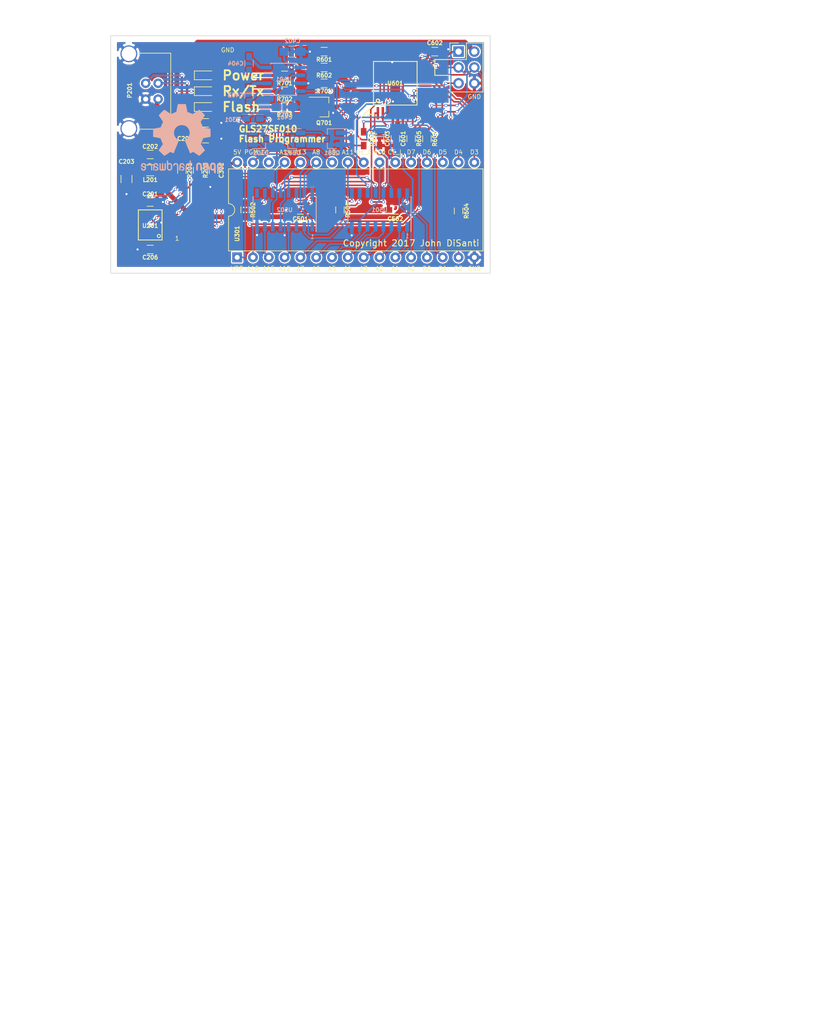
<source format=kicad_pcb>
(kicad_pcb (version 4) (host pcbnew 4.0.5)
  (title_block (title "GLS27SF010 Flash Programmer") (date 2017-05-06) (company "Copyright 2017 John DiSanti"))
  (layers (0 F.Cu signal) (31 B.Cu signal) (34 B.Paste user) (35 F.Paste user) (36 B.SilkS user) (37 F.SilkS user) (38 B.Mask user) (39 F.Mask user) (44 Edge.Cuts user))
  (net 0 "")
  (net 1 VCC)
  (net 2 GND)
  (net 3 "/FTDI USB Serial Interface/VBUS")
  (net 4 "/FTDI USB Serial Interface/D-")
  (net 5 "/FTDI USB Serial Interface/D+")
  (net 6 "/FTDI USB Serial Interface/VCCIO")
  (net 7 "/12V PSU/VPP_5V_12V")
  (net 8 "Net-(C403-Pad1)")
  (net 9 "Net-(C403-Pad2)")
  (net 10 "Net-(C404-Pad1)")
  (net 11 "Net-(C404-Pad2)")
  (net 12 "/Address Bus/A9")
  (net 13 "/Flash ROM/A9_VPP")
  (net 14 "Net-(D302-Pad2)")
  (net 15 "Net-(D701-Pad2)")
  (net 16 "Net-(D702-Pad2)")
  (net 17 "/FTDI USB Serial Interface/RX_TX_L")
  (net 18 "Net-(D703-Pad2)")
  (net 19 "Net-(D703-Pad1)")
  (net 20 /Control/ISP_MISO)
  (net 21 /Control/ISP_SCK)
  (net 22 /Control/ISP_MOSI)
  (net 23 /Control/ISP_RST_L)
  (net 24 "Net-(Q301-Pad1)")
  (net 25 "Net-(Q701-Pad1)")
  (net 26 "/FTDI USB Serial Interface/USBDM")
  (net 27 "/FTDI USB Serial Interface/USBDP")
  (net 28 /Control/A9_VPP_EN_L)
  (net 29 "Net-(R501-Pad1)")
  (net 30 "Net-(R502-Pad1)")
  (net 31 /Control/UNUSED)
  (net 32 /Control/D6)
  (net 33 /Control/D2)
  (net 34 /Control/D7)
  (net 35 "/12V PSU/VPP_12V_EN_L")
  (net 36 "Net-(U201-Pad16)")
  (net 37 "Net-(U201-Pad15)")
  (net 38 "Net-(U201-Pad6)")
  (net 39 /COM2)
  (net 40 "Net-(U201-Pad2)")
  (net 41 /COM1)
  (net 42 /Control/D3)
  (net 43 /Control/A16)
  (net 44 /Control/D4)
  (net 45 "/Address Bus/A15")
  (net 46 /Control/D5)
  (net 47 "/Address Bus/A12")
  (net 48 "/Address Bus/A7")
  (net 49 "/Address Bus/A6")
  (net 50 /Control/CE_L)
  (net 51 "/Address Bus/A5")
  (net 52 "/Address Bus/A10")
  (net 53 "/Address Bus/A4")
  (net 54 /Control/OE_L)
  (net 55 "/Address Bus/A3")
  (net 56 "/Address Bus/A11")
  (net 57 "/Address Bus/A2")
  (net 58 "/Address Bus/A1")
  (net 59 "/Address Bus/A8")
  (net 60 "/Address Bus/A0")
  (net 61 "/Address Bus/A13")
  (net 62 /Control/D0)
  (net 63 "/Address Bus/A14")
  (net 64 /Control/D1)
  (net 65 "Net-(U301-Pad30)")
  (net 66 /Control/PGM_L)
  (net 67 "/Address Bus/A_SER_QH")
  (net 68 "/Address Bus/A_SCK")
  (net 69 "/Address Bus/A_RCK")
  (net 70 "/Address Bus/A_OE_L")
  (net 71 "/Address Bus/A_SER")
  (net 72 "Net-(U502-Pad9)")
  (module Pin_Headers:Pin_Header_Straight_2x03_Pitch2.54mm (layer F.Cu) (at 93.98 40.64)
    (fp_text reference P601 hide)
    (fp_text value ISP)
    (pad 1 thru_hole rect (at 0 0) (size 1.7 1.7) (drill 1) (layers *.Cu *.Mask) (net 20 /Control/ISP_MISO))
    (pad 2 thru_hole oval (at 2.54 0) (size 1.7 1.7) (drill 1) (layers *.Cu *.Mask) (net 1 VCC))
    (pad 3 thru_hole oval (at 0 2.54) (size 1.7 1.7) (drill 1) (layers *.Cu *.Mask) (net 21 /Control/ISP_SCK))
    (pad 4 thru_hole oval (at 2.54 2.54) (size 1.7 1.7) (drill 1) (layers *.Cu *.Mask) (net 22 /Control/ISP_MOSI))
    (pad 5 thru_hole oval (at 0 5.08) (size 1.7 1.7) (drill 1) (layers *.Cu *.Mask) (net 23 /Control/ISP_RST_L))
    (pad 6 thru_hole oval (at 2.54 5.08) (size 1.7 1.7) (drill 1) (layers *.Cu *.Mask) (net 2 GND))
  )
  (module Connectors:USB_B (layer F.Cu) (at 45.72 48.26 180)
    (fp_text reference P201 (at 4.572 1.397 270) (layer F.SilkS) (effects (font (size 0.65 0.65))))
    (fp_text value USB_B)
    (pad 2 thru_hole circle (at 0 2.54 90) (size 1.52 1.52) (drill 0.81) (layers *.Cu *.Mask) (net 4 "/FTDI USB Serial Interface/D-"))
    (pad 1 thru_hole circle (at 0 0 90) (size 1.52 1.52) (drill 0.81) (layers *.Cu *.Mask) (net 3 "/FTDI USB Serial Interface/VBUS"))
    (pad 4 thru_hole circle (at 2 0 90) (size 1.52 1.52) (drill 0.81) (layers *.Cu *.Mask) (net 2 GND))
    (pad 3 thru_hole circle (at 2 2.54 90) (size 1.52 1.52) (drill 0.81) (layers *.Cu *.Mask) (net 5 "/FTDI USB Serial Interface/D+"))
    (pad 5 thru_hole circle (at 4.7 7.27 90) (size 2.7 2.7) (drill 2.3) (layers *.Cu *.Mask) (net 2 GND))
    (pad 5 thru_hole circle (at 4.7 -4.73 90) (size 2.7 2.7) (drill 2.3) (layers *.Cu *.Mask) (net 2 GND))
  )
  (module TO_SOT_Packages_SMD:SOT-23_Handsoldering (layer B.Cu) (at 73.66 54.61 180)
    (fp_text reference Q301 (at 0 -2.286 180) (layer B.SilkS) (effects (font (size 0.65 0.65)) (justify mirror)))
    (fp_text value 2N3904)
    (pad 1 smd rect (at -1.5 0.95 180) (size 1.9 0.8) (layers B.Cu B.Paste B.Mask) (net 24 "Net-(Q301-Pad1)"))
    (pad 2 smd rect (at -1.5 -0.95 180) (size 1.9 0.8) (layers B.Cu B.Paste B.Mask) (net 2 GND))
    (pad 3 smd rect (at 1.5 0 180) (size 1.9 0.8) (layers B.Cu B.Paste B.Mask) (net 14 "Net-(D302-Pad2)"))
  )
  (module Diodes_SMD:D_SOT-23_ANK (layer B.Cu) (at 62.23 54.61)
    (fp_text reference D301 (at 0 2.286) (layer B.SilkS) (effects (font (size 0.65 0.65)) (justify mirror)))
    (fp_text value BAT54)
    (pad 2 smd rect (at -1.27 0.95) (size 1.5 0.8) (layers B.Cu B.Paste B.Mask) (net 12 "/Address Bus/A9"))
    (pad "" smd rect (at -1.27 -0.95) (size 1.5 0.8) (layers B.Cu B.Paste B.Mask))
    (pad 1 smd rect (at 1.27 0) (size 1.5 0.8) (layers B.Cu B.Paste B.Mask) (net 13 "/Flash ROM/A9_VPP"))
  )
  (module Diodes_SMD:D_SOT-23_ANK (layer B.Cu) (at 67.31 54.61 180)
    (fp_text reference D302 (at 0 -2.286 180) (layer B.SilkS) (effects (font (size 0.65 0.65)) (justify mirror)))
    (fp_text value BAT54)
    (pad 2 smd rect (at -1.27 0.95 180) (size 1.5 0.8) (layers B.Cu B.Paste B.Mask) (net 14 "Net-(D302-Pad2)"))
    (pad "" smd rect (at -1.27 -0.95 180) (size 1.5 0.8) (layers B.Cu B.Paste B.Mask))
    (pad 1 smd rect (at 1.27 0 180) (size 1.5 0.8) (layers B.Cu B.Paste B.Mask) (net 13 "/Flash ROM/A9_VPP"))
  )
  (module Resistors_SMD:R_0603_HandSoldering (layer F.Cu) (at 44.45 64.77)
    (fp_text reference C201 (at 0 -1.27) (layer F.SilkS) (effects (font (size 0.65 0.65))))
    (fp_text value 100nF)
    (pad 1 smd rect (at -1.1 0) (size 1.2 0.9) (layers F.Cu F.Paste F.Mask) (net 1 VCC))
    (pad 2 smd rect (at 1.1 0) (size 1.2 0.9) (layers F.Cu F.Paste F.Mask) (net 2 GND))
  )
  (module Resistors_SMD:R_0603_HandSoldering (layer F.Cu) (at 44.45 57.15 180)
    (fp_text reference C202 (at 0 1.27 180) (layer F.SilkS) (effects (font (size 0.65 0.65))))
    (fp_text value 10nF)
    (pad 1 smd rect (at -1.1 0 180) (size 1.2 0.9) (layers F.Cu F.Paste F.Mask) (net 3 "/FTDI USB Serial Interface/VBUS"))
    (pad 2 smd rect (at 1.1 0 180) (size 1.2 0.9) (layers F.Cu F.Paste F.Mask) (net 2 GND))
  )
  (module Resistors_SMD:R_0805_HandSoldering (layer F.Cu) (at 40.64 61.087 270)
    (fp_text reference C203 (at -2.794 0 360) (layer F.SilkS) (effects (font (size 0.65 0.65))))
    (fp_text value 4.7uF)
    (pad 1 smd rect (at -1.35 0 270) (size 1.5 1.3) (layers F.Cu F.Paste F.Mask) (net 1 VCC))
    (pad 2 smd rect (at 1.35 0 270) (size 1.5 1.3) (layers F.Cu F.Paste F.Mask) (net 2 GND))
  )
  (module Resistors_SMD:R_0603_HandSoldering (layer F.Cu) (at 53.34 52.07)
    (fp_text reference C204 (at -3.302 0) (layer F.SilkS) (effects (font (size 0.65 0.65))))
    (fp_text value 47pF)
    (pad 1 smd rect (at -1.1 0) (size 1.2 0.9) (layers F.Cu F.Paste F.Mask) (net 4 "/FTDI USB Serial Interface/D-"))
    (pad 2 smd rect (at 1.1 0) (size 1.2 0.9) (layers F.Cu F.Paste F.Mask) (net 2 GND))
  )
  (module Resistors_SMD:R_0603_HandSoldering (layer F.Cu) (at 53.34 54.61)
    (fp_text reference C205 (at -3.302 0) (layer F.SilkS) (effects (font (size 0.65 0.65))))
    (fp_text value 47pF)
    (pad 1 smd rect (at -1.1 0) (size 1.2 0.9) (layers F.Cu F.Paste F.Mask) (net 5 "/FTDI USB Serial Interface/D+"))
    (pad 2 smd rect (at 1.1 0) (size 1.2 0.9) (layers F.Cu F.Paste F.Mask) (net 2 GND))
  )
  (module Resistors_SMD:R_0603_HandSoldering (layer F.Cu) (at 44.45 72.39)
    (fp_text reference C206 (at 0 1.27) (layer F.SilkS) (effects (font (size 0.65 0.65))))
    (fp_text value 100nF)
    (pad 1 smd rect (at -1.1 0) (size 1.2 0.9) (layers F.Cu F.Paste F.Mask) (net 2 GND))
    (pad 2 smd rect (at 1.1 0) (size 1.2 0.9) (layers F.Cu F.Paste F.Mask) (net 6 "/FTDI USB Serial Interface/VCCIO"))
  )
  (module Resistors_SMD:R_0603_HandSoldering (layer F.Cu) (at 54.61 59.69 270)
    (fp_text reference C301 (at 0 -1.27 450) (layer F.SilkS) (effects (font (size 0.65 0.65))))
    (fp_text value 100nF)
    (pad 1 smd rect (at -1.1 0 270) (size 1.2 0.9) (layers F.Cu F.Paste F.Mask) (net 1 VCC))
    (pad 2 smd rect (at 1.1 0 270) (size 1.2 0.9) (layers F.Cu F.Paste F.Mask) (net 2 GND))
  )
  (module Resistors_SMD:R_0805_HandSoldering (layer B.Cu) (at 66.04 49.53)
    (fp_text reference C401 (at 0 1.651) (layer B.SilkS) (effects (font (size 0.65 0.65)) (justify mirror)))
    (fp_text value 4.7uF)
    (pad 1 smd rect (at -1.35 0) (size 1.5 1.3) (layers B.Cu B.Paste B.Mask) (net 7 "/12V PSU/VPP_5V_12V"))
    (pad 2 smd rect (at 1.35 0) (size 1.5 1.3) (layers B.Cu B.Paste B.Mask) (net 2 GND))
  )
  (module Resistors_SMD:R_0805_HandSoldering (layer B.Cu) (at 67.31 40.64 180)
    (fp_text reference C402 (at 0 1.7 180) (layer B.SilkS) (effects (font (size 0.65 0.65)) (justify mirror)))
    (fp_text value 4.7uF)
    (pad 1 smd rect (at -1.35 0 180) (size 1.5 1.3) (layers B.Cu B.Paste B.Mask) (net 2 GND))
    (pad 2 smd rect (at 1.35 0 180) (size 1.5 1.3) (layers B.Cu B.Paste B.Mask) (net 1 VCC))
  )
  (module Resistors_SMD:R_0603_HandSoldering (layer B.Cu) (at 60.325 47.625 90)
    (fp_text reference C403 (at 0 -2.159 180) (layer B.SilkS) (effects (font (size 0.65 0.65)) (justify mirror)))
    (fp_text value 22nF)
    (pad 1 smd rect (at -1.1 0 90) (size 1.2 0.9) (layers B.Cu B.Paste B.Mask) (net 8 "Net-(C403-Pad1)"))
    (pad 2 smd rect (at 1.1 0 90) (size 1.2 0.9) (layers B.Cu B.Paste B.Mask) (net 9 "Net-(C403-Pad2)"))
  )
  (module Resistors_SMD:R_0603_HandSoldering (layer B.Cu) (at 60.325 42.545 270)
    (fp_text reference C404 (at 0 2.159 360) (layer B.SilkS) (effects (font (size 0.65 0.65)) (justify mirror)))
    (fp_text value 22nF)
    (pad 1 smd rect (at -1.1 0 270) (size 1.2 0.9) (layers B.Cu B.Paste B.Mask) (net 10 "Net-(C404-Pad1)"))
    (pad 2 smd rect (at 1.1 0 270) (size 1.2 0.9) (layers B.Cu B.Paste B.Mask) (net 11 "Net-(C404-Pad2)"))
  )
  (module Resistors_SMD:R_0603_HandSoldering (layer F.Cu) (at 68.58 66.04 180)
    (fp_text reference C501 (at 0 -1.45 180) (layer F.SilkS) (effects (font (size 0.65 0.65))))
    (fp_text value 100nF)
    (pad 1 smd rect (at -1.1 0 180) (size 1.2 0.9) (layers F.Cu F.Paste F.Mask) (net 1 VCC))
    (pad 2 smd rect (at 1.1 0 180) (size 1.2 0.9) (layers F.Cu F.Paste F.Mask) (net 2 GND))
  )
  (module Resistors_SMD:R_0603_HandSoldering (layer F.Cu) (at 83.82 66.04 180)
    (fp_text reference C502 (at 0 -1.45 180) (layer F.SilkS) (effects (font (size 0.65 0.65))))
    (fp_text value 100nF)
    (pad 1 smd rect (at -1.1 0 180) (size 1.2 0.9) (layers F.Cu F.Paste F.Mask) (net 1 VCC))
    (pad 2 smd rect (at 1.1 0 180) (size 1.2 0.9) (layers F.Cu F.Paste F.Mask) (net 2 GND))
  )
  (module Resistors_SMD:R_0603_HandSoldering (layer F.Cu) (at 83.82 54.61 270)
    (fp_text reference C601 (at 0 -1.27 450) (layer F.SilkS) (effects (font (size 0.65 0.65))))
    (fp_text value 100nF)
    (pad 1 smd rect (at -1.1 0 270) (size 1.2 0.9) (layers F.Cu F.Paste F.Mask) (net 1 VCC))
    (pad 2 smd rect (at 1.1 0 270) (size 1.2 0.9) (layers F.Cu F.Paste F.Mask) (net 2 GND))
  )
  (module Resistors_SMD:R_0603_HandSoldering (layer F.Cu) (at 90.17 40.64)
    (fp_text reference C602 (at 0 -1.397) (layer F.SilkS) (effects (font (size 0.65 0.65))))
    (fp_text value 100nF)
    (pad 1 smd rect (at -1.1 0) (size 1.2 0.9) (layers F.Cu F.Paste F.Mask) (net 1 VCC))
    (pad 2 smd rect (at 1.1 0) (size 1.2 0.9) (layers F.Cu F.Paste F.Mask) (net 2 GND))
  )
  (module Resistors_SMD:R_0603_HandSoldering (layer F.Cu) (at 81.28 54.61 270)
    (fp_text reference C603 (at 0 -1.27 450) (layer F.SilkS) (effects (font (size 0.65 0.65))))
    (fp_text value 100nF)
    (pad 1 smd rect (at -1.1 0 270) (size 1.2 0.9) (layers F.Cu F.Paste F.Mask) (net 1 VCC))
    (pad 2 smd rect (at 1.1 0 270) (size 1.2 0.9) (layers F.Cu F.Paste F.Mask) (net 2 GND))
  )
  (module LEDs:LED_0805 (layer F.Cu) (at 53.34 44.45)
    (fp_text reference D701 hide)
    (fp_text value LED)
    (pad 2 smd rect (at 1.1 0 180) (size 1.2 1.2) (layers F.Cu F.Paste F.Mask) (net 15 "Net-(D701-Pad2)"))
    (pad 1 smd rect (at -1.1 0 180) (size 1.2 1.2) (layers F.Cu F.Paste F.Mask) (net 2 GND))
  )
  (module LEDs:LED_0805 (layer F.Cu) (at 53.34 46.99)
    (fp_text reference D702 hide)
    (fp_text value LED)
    (pad 2 smd rect (at 1.1 0 180) (size 1.2 1.2) (layers F.Cu F.Paste F.Mask) (net 16 "Net-(D702-Pad2)"))
    (pad 1 smd rect (at -1.1 0 180) (size 1.2 1.2) (layers F.Cu F.Paste F.Mask) (net 17 "/FTDI USB Serial Interface/RX_TX_L"))
  )
  (module LEDs:LED_0805 (layer F.Cu) (at 53.34 49.53)
    (fp_text reference D703 hide)
    (fp_text value LED)
    (pad 2 smd rect (at 1.1 0 180) (size 1.2 1.2) (layers F.Cu F.Paste F.Mask) (net 18 "Net-(D703-Pad2)"))
    (pad 1 smd rect (at -1.1 0 180) (size 1.2 1.2) (layers F.Cu F.Paste F.Mask) (net 19 "Net-(D703-Pad1)"))
  )
  (module Resistors_SMD:R_0805_HandSoldering (layer F.Cu) (at 44.45 59.69)
    (fp_text reference L201 (at 0 1.524) (layer F.SilkS) (effects (font (size 0.65 0.65))))
    (fp_text value Ferrite_Bead)
    (pad 1 smd rect (at -1.35 0) (size 1.5 1.3) (layers F.Cu F.Paste F.Mask) (net 1 VCC))
    (pad 2 smd rect (at 1.35 0) (size 1.5 1.3) (layers F.Cu F.Paste F.Mask) (net 3 "/FTDI USB Serial Interface/VBUS"))
  )
  (module TO_SOT_Packages_SMD:SOT-23_Handsoldering (layer F.Cu) (at 72.39 49.53)
    (fp_text reference Q701 (at 0 2.54) (layer F.SilkS) (effects (font (size 0.65 0.65))))
    (fp_text value 2N3906)
    (pad 1 smd rect (at -1.5 -0.95) (size 1.9 0.8) (layers F.Cu F.Paste F.Mask) (net 25 "Net-(Q701-Pad1)"))
    (pad 2 smd rect (at -1.5 0.95) (size 1.9 0.8) (layers F.Cu F.Paste F.Mask) (net 19 "Net-(D703-Pad1)"))
    (pad 3 smd rect (at 1.5 0) (size 1.9 0.8) (layers F.Cu F.Paste F.Mask) (net 2 GND))
  )
  (module Resistors_SMD:R_0603_HandSoldering (layer F.Cu) (at 49.53 59.69 90)
    (fp_text reference R201 (at 0 1.27 270) (layer F.SilkS) (effects (font (size 0.65 0.65))))
    (fp_text value 27)
    (pad 1 smd rect (at -1.1 0 90) (size 1.2 0.9) (layers F.Cu F.Paste F.Mask) (net 26 "/FTDI USB Serial Interface/USBDM"))
    (pad 2 smd rect (at 1.1 0 90) (size 1.2 0.9) (layers F.Cu F.Paste F.Mask) (net 4 "/FTDI USB Serial Interface/D-"))
  )
  (module Resistors_SMD:R_0603_HandSoldering (layer F.Cu) (at 52.07 59.69 90)
    (fp_text reference R202 (at 0 1.27 270) (layer F.SilkS) (effects (font (size 0.65 0.65))))
    (fp_text value 27)
    (pad 1 smd rect (at -1.1 0 90) (size 1.2 0.9) (layers F.Cu F.Paste F.Mask) (net 27 "/FTDI USB Serial Interface/USBDP"))
    (pad 2 smd rect (at 1.1 0 90) (size 1.2 0.9) (layers F.Cu F.Paste F.Mask) (net 5 "/FTDI USB Serial Interface/D+"))
  )
  (module Resistors_SMD:R_0603_HandSoldering (layer B.Cu) (at 60.96 51.435)
    (fp_text reference R301 (at -3.302 0.127) (layer B.SilkS) (effects (font (size 0.65 0.65)) (justify mirror)))
    (fp_text value 1k)
    (pad 1 smd rect (at -1.1 0) (size 1.2 0.9) (layers B.Cu B.Paste B.Mask) (net 7 "/12V PSU/VPP_5V_12V"))
    (pad 2 smd rect (at 1.1 0) (size 1.2 0.9) (layers B.Cu B.Paste B.Mask) (net 14 "Net-(D302-Pad2)"))
  )
  (module Resistors_SMD:R_0603_HandSoldering (layer F.Cu) (at 78.74 54.61 270)
    (fp_text reference R302 (at 0 -1.45 270) (layer F.SilkS) (effects (font (size 0.65 0.65))))
    (fp_text value 10k)
    (pad 1 smd rect (at -1.1 0 270) (size 1.2 0.9) (layers F.Cu F.Paste F.Mask) (net 28 /Control/A9_VPP_EN_L))
    (pad 2 smd rect (at 1.1 0 270) (size 1.2 0.9) (layers F.Cu F.Paste F.Mask) (net 24 "Net-(Q301-Pad1)"))
  )
  (module Resistors_SMD:R_0603_HandSoldering (layer F.Cu) (at 74.93 66.04 270)
    (fp_text reference R501 (at 0 -1.27 450) (layer F.SilkS) (effects (font (size 0.65 0.65))))
    (fp_text value 10k)
    (pad 1 smd rect (at -1.1 0 270) (size 1.2 0.9) (layers F.Cu F.Paste F.Mask) (net 29 "Net-(R501-Pad1)"))
    (pad 2 smd rect (at 1.1 0 270) (size 1.2 0.9) (layers F.Cu F.Paste F.Mask) (net 1 VCC))
  )
  (module Resistors_SMD:R_0603_HandSoldering (layer F.Cu) (at 59.69 66.04 270)
    (fp_text reference R502 (at 0 -1.27 450) (layer F.SilkS) (effects (font (size 0.65 0.65))))
    (fp_text value 10k)
    (pad 1 smd rect (at -1.1 0 270) (size 1.2 0.9) (layers F.Cu F.Paste F.Mask) (net 30 "Net-(R502-Pad1)"))
    (pad 2 smd rect (at 1.1 0 270) (size 1.2 0.9) (layers F.Cu F.Paste F.Mask) (net 1 VCC))
  )
  (module Resistors_SMD:R_0603_HandSoldering (layer F.Cu) (at 72.39 40.64)
    (fp_text reference R601 (at 0 1.27) (layer F.SilkS) (effects (font (size 0.65 0.65))))
    (fp_text value 4.7k)
    (pad 1 smd rect (at -1.1 0) (size 1.2 0.9) (layers F.Cu F.Paste F.Mask) (net 2 GND))
    (pad 2 smd rect (at 1.1 0) (size 1.2 0.9) (layers F.Cu F.Paste F.Mask) (net 31 /Control/UNUSED))
  )
  (module Resistors_SMD:R_0603_HandSoldering (layer F.Cu) (at 72.39 43.18)
    (fp_text reference R602 (at 0 1.27) (layer F.SilkS) (effects (font (size 0.65 0.65))))
    (fp_text value 10k)
    (pad 1 smd rect (at -1.1 0) (size 1.2 0.9) (layers F.Cu F.Paste F.Mask) (net 1 VCC))
    (pad 2 smd rect (at 1.1 0) (size 1.2 0.9) (layers F.Cu F.Paste F.Mask) (net 23 /Control/ISP_RST_L))
  )
  (module Resistors_SMD:R_0603_HandSoldering (layer F.Cu) (at 88.9 54.61 90)
    (fp_text reference R603 (at 0 1.27 270) (layer F.SilkS) (effects (font (size 0.65 0.65))))
    (fp_text value 4.7k)
    (pad 1 smd rect (at -1.1 0 90) (size 1.2 0.9) (layers F.Cu F.Paste F.Mask) (net 32 /Control/D6))
    (pad 2 smd rect (at 1.1 0 90) (size 1.2 0.9) (layers F.Cu F.Paste F.Mask) (net 22 /Control/ISP_MOSI))
  )
  (module Resistors_SMD:R_0603_HandSoldering (layer F.Cu) (at 93.98 66.21 90)
    (fp_text reference R604 (at 0 1.27 90) (layer F.SilkS) (effects (font (size 0.65 0.65))))
    (fp_text value 4.7k)
    (pad 1 smd rect (at -1.1 0 90) (size 1.2 0.9) (layers F.Cu F.Paste F.Mask) (net 33 /Control/D2))
    (pad 2 smd rect (at 1.1 0 90) (size 1.2 0.9) (layers F.Cu F.Paste F.Mask) (net 20 /Control/ISP_MISO))
  )
  (module Resistors_SMD:R_0603_HandSoldering (layer F.Cu) (at 86.36 54.61 90)
    (fp_text reference R605 (at 0 1.27 270) (layer F.SilkS) (effects (font (size 0.65 0.65))))
    (fp_text value 4.7k)
    (pad 1 smd rect (at -1.1 0 90) (size 1.2 0.9) (layers F.Cu F.Paste F.Mask) (net 34 /Control/D7))
    (pad 2 smd rect (at 1.1 0 90) (size 1.2 0.9) (layers F.Cu F.Paste F.Mask) (net 21 /Control/ISP_SCK))
  )
  (module Resistors_SMD:R_0603_HandSoldering (layer F.Cu) (at 66.04 44.45)
    (fp_text reference R701 (at 0 1.27) (layer F.SilkS) (effects (font (size 0.65 0.65))))
    (fp_text value 150)
    (pad 1 smd rect (at -1.1 0) (size 1.2 0.9) (layers F.Cu F.Paste F.Mask) (net 15 "Net-(D701-Pad2)"))
    (pad 2 smd rect (at 1.1 0) (size 1.2 0.9) (layers F.Cu F.Paste F.Mask) (net 1 VCC))
  )
  (module Resistors_SMD:R_0603_HandSoldering (layer F.Cu) (at 66.04 46.99 180)
    (fp_text reference R702 (at 0 -1.27 180) (layer F.SilkS) (effects (font (size 0.65 0.65))))
    (fp_text value 150)
    (pad 1 smd rect (at -1.1 0 180) (size 1.2 0.9) (layers F.Cu F.Paste F.Mask) (net 1 VCC))
    (pad 2 smd rect (at 1.1 0 180) (size 1.2 0.9) (layers F.Cu F.Paste F.Mask) (net 16 "Net-(D702-Pad2)"))
  )
  (module Resistors_SMD:R_0603_HandSoldering (layer F.Cu) (at 66.04 49.53)
    (fp_text reference R703 (at 0 1.27) (layer F.SilkS) (effects (font (size 0.65 0.65))))
    (fp_text value 150)
    (pad 1 smd rect (at -1.1 0) (size 1.2 0.9) (layers F.Cu F.Paste F.Mask) (net 18 "Net-(D703-Pad2)"))
    (pad 2 smd rect (at 1.1 0) (size 1.2 0.9) (layers F.Cu F.Paste F.Mask) (net 1 VCC))
  )
  (module Resistors_SMD:R_0603_HandSoldering (layer F.Cu) (at 72.39 45.72)
    (fp_text reference R704 (at 0 1.27) (layer F.SilkS) (effects (font (size 0.65 0.65))))
    (fp_text value 10k)
    (pad 1 smd rect (at -1.1 0) (size 1.2 0.9) (layers F.Cu F.Paste F.Mask) (net 25 "Net-(Q701-Pad1)"))
    (pad 2 smd rect (at 1.1 0) (size 1.2 0.9) (layers F.Cu F.Paste F.Mask) (net 35 "/12V PSU/VPP_12V_EN_L"))
  )
  (module ssop-16:SSOP-16 (layer F.Cu) (at 44.45 66.04 180)
    (fp_text reference U201 (at 0 -2.54 180) (layer F.SilkS) (effects (font (size 0.65 0.65))))
    (fp_text value FT230X)
    (pad 16 smd rect (at 2.921 -4.572 180) (size 1.524 0.3048) (layers F.Cu F.Paste F.Mask) (net 36 "Net-(U201-Pad16)"))
    (pad 15 smd rect (at 2.921 -3.937 180) (size 1.524 0.3048) (layers F.Cu F.Paste F.Mask) (net 37 "Net-(U201-Pad15)"))
    (pad 14 smd rect (at 2.921 -3.302 180) (size 1.524 0.3048) (layers F.Cu F.Paste F.Mask) (net 17 "/FTDI USB Serial Interface/RX_TX_L"))
    (pad 13 smd rect (at 2.921 -2.667 180) (size 1.524 0.3048) (layers F.Cu F.Paste F.Mask) (net 2 GND))
    (pad 12 smd rect (at 2.921 -2.032 180) (size 1.524 0.3048) (layers F.Cu F.Paste F.Mask) (net 1 VCC))
    (pad 11 smd rect (at 2.921 -1.397 180) (size 1.524 0.3048) (layers F.Cu F.Paste F.Mask) (net 6 "/FTDI USB Serial Interface/VCCIO"))
    (pad 10 smd rect (at 2.921 -0.762 180) (size 1.524 0.3048) (layers F.Cu F.Paste F.Mask) (net 6 "/FTDI USB Serial Interface/VCCIO"))
    (pad 9 smd rect (at 2.921 -0.127 180) (size 1.524 0.3048) (layers F.Cu F.Paste F.Mask) (net 26 "/FTDI USB Serial Interface/USBDM"))
    (pad 8 smd rect (at -2.921 -0.127 180) (size 1.524 0.3048) (layers F.Cu F.Paste F.Mask) (net 27 "/FTDI USB Serial Interface/USBDP"))
    (pad 7 smd rect (at -2.921 -0.762 180) (size 1.524 0.3048) (layers F.Cu F.Paste F.Mask) (net 17 "/FTDI USB Serial Interface/RX_TX_L"))
    (pad 6 smd rect (at -2.921 -1.397 180) (size 1.524 0.3048) (layers F.Cu F.Paste F.Mask) (net 38 "Net-(U201-Pad6)"))
    (pad 5 smd rect (at -2.921 -2.032 180) (size 1.524 0.3048) (layers F.Cu F.Paste F.Mask) (net 2 GND))
    (pad 4 smd rect (at -2.921 -2.667 180) (size 1.524 0.3048) (layers F.Cu F.Paste F.Mask) (net 39 /COM2))
    (pad 3 smd rect (at -2.921 -3.302 180) (size 1.524 0.3048) (layers F.Cu F.Paste F.Mask) (net 6 "/FTDI USB Serial Interface/VCCIO"))
    (pad 2 smd rect (at -2.921 -3.937 180) (size 1.524 0.3048) (layers F.Cu F.Paste F.Mask) (net 40 "Net-(U201-Pad2)"))
    (pad 1 smd rect (at -2.921 -4.572 180) (size 1.524 0.3048) (layers F.Cu F.Paste F.Mask) (net 41 /COM1))
  )
  (module Housings_DIP:DIP-32_W15.24mm (layer F.Cu) (at 58.42 73.66 90)
    (fp_text reference U301 (at 3.81 0 90) (layer F.SilkS) (effects (font (size 0.65 0.65))))
    (fp_text value GLS27SF010)
    (pad 1 thru_hole rect (at 0 0 90) (size 1.6 1.6) (drill 0.8) (layers *.Cu *.Mask) (net 7 "/12V PSU/VPP_5V_12V"))
    (pad 17 thru_hole oval (at 15.24 38.1 90) (size 1.6 1.6) (drill 0.8) (layers *.Cu *.Mask) (net 42 /Control/D3))
    (pad 2 thru_hole oval (at 0 2.54 90) (size 1.6 1.6) (drill 0.8) (layers *.Cu *.Mask) (net 43 /Control/A16))
    (pad 18 thru_hole oval (at 15.24 35.56 90) (size 1.6 1.6) (drill 0.8) (layers *.Cu *.Mask) (net 44 /Control/D4))
    (pad 3 thru_hole oval (at 0 5.08 90) (size 1.6 1.6) (drill 0.8) (layers *.Cu *.Mask) (net 45 "/Address Bus/A15"))
    (pad 19 thru_hole oval (at 15.24 33.02 90) (size 1.6 1.6) (drill 0.8) (layers *.Cu *.Mask) (net 46 /Control/D5))
    (pad 4 thru_hole oval (at 0 7.62 90) (size 1.6 1.6) (drill 0.8) (layers *.Cu *.Mask) (net 47 "/Address Bus/A12"))
    (pad 20 thru_hole oval (at 15.24 30.48 90) (size 1.6 1.6) (drill 0.8) (layers *.Cu *.Mask) (net 32 /Control/D6))
    (pad 5 thru_hole oval (at 0 10.16 90) (size 1.6 1.6) (drill 0.8) (layers *.Cu *.Mask) (net 48 "/Address Bus/A7"))
    (pad 21 thru_hole oval (at 15.24 27.94 90) (size 1.6 1.6) (drill 0.8) (layers *.Cu *.Mask) (net 34 /Control/D7))
    (pad 6 thru_hole oval (at 0 12.7 90) (size 1.6 1.6) (drill 0.8) (layers *.Cu *.Mask) (net 49 "/Address Bus/A6"))
    (pad 22 thru_hole oval (at 15.24 25.4 90) (size 1.6 1.6) (drill 0.8) (layers *.Cu *.Mask) (net 50 /Control/CE_L))
    (pad 7 thru_hole oval (at 0 15.24 90) (size 1.6 1.6) (drill 0.8) (layers *.Cu *.Mask) (net 51 "/Address Bus/A5"))
    (pad 23 thru_hole oval (at 15.24 22.86 90) (size 1.6 1.6) (drill 0.8) (layers *.Cu *.Mask) (net 52 "/Address Bus/A10"))
    (pad 8 thru_hole oval (at 0 17.78 90) (size 1.6 1.6) (drill 0.8) (layers *.Cu *.Mask) (net 53 "/Address Bus/A4"))
    (pad 24 thru_hole oval (at 15.24 20.32 90) (size 1.6 1.6) (drill 0.8) (layers *.Cu *.Mask) (net 54 /Control/OE_L))
    (pad 9 thru_hole oval (at 0 20.32 90) (size 1.6 1.6) (drill 0.8) (layers *.Cu *.Mask) (net 55 "/Address Bus/A3"))
    (pad 25 thru_hole oval (at 15.24 17.78 90) (size 1.6 1.6) (drill 0.8) (layers *.Cu *.Mask) (net 56 "/Address Bus/A11"))
    (pad 10 thru_hole oval (at 0 22.86 90) (size 1.6 1.6) (drill 0.8) (layers *.Cu *.Mask) (net 57 "/Address Bus/A2"))
    (pad 26 thru_hole oval (at 15.24 15.24 90) (size 1.6 1.6) (drill 0.8) (layers *.Cu *.Mask) (net 13 "/Flash ROM/A9_VPP"))
    (pad 11 thru_hole oval (at 0 25.4 90) (size 1.6 1.6) (drill 0.8) (layers *.Cu *.Mask) (net 58 "/Address Bus/A1"))
    (pad 27 thru_hole oval (at 15.24 12.7 90) (size 1.6 1.6) (drill 0.8) (layers *.Cu *.Mask) (net 59 "/Address Bus/A8"))
    (pad 12 thru_hole oval (at 0 27.94 90) (size 1.6 1.6) (drill 0.8) (layers *.Cu *.Mask) (net 60 "/Address Bus/A0"))
    (pad 28 thru_hole oval (at 15.24 10.16 90) (size 1.6 1.6) (drill 0.8) (layers *.Cu *.Mask) (net 61 "/Address Bus/A13"))
    (pad 13 thru_hole oval (at 0 30.48 90) (size 1.6 1.6) (drill 0.8) (layers *.Cu *.Mask) (net 62 /Control/D0))
    (pad 29 thru_hole oval (at 15.24 7.62 90) (size 1.6 1.6) (drill 0.8) (layers *.Cu *.Mask) (net 63 "/Address Bus/A14"))
    (pad 14 thru_hole oval (at 0 33.02 90) (size 1.6 1.6) (drill 0.8) (layers *.Cu *.Mask) (net 64 /Control/D1))
    (pad 30 thru_hole oval (at 15.24 5.08 90) (size 1.6 1.6) (drill 0.8) (layers *.Cu *.Mask) (net 65 "Net-(U301-Pad30)"))
    (pad 15 thru_hole oval (at 0 35.56 90) (size 1.6 1.6) (drill 0.8) (layers *.Cu *.Mask) (net 33 /Control/D2))
    (pad 31 thru_hole oval (at 15.24 2.54 90) (size 1.6 1.6) (drill 0.8) (layers *.Cu *.Mask) (net 66 /Control/PGM_L))
    (pad 16 thru_hole oval (at 0 38.1 90) (size 1.6 1.6) (drill 0.8) (layers *.Cu *.Mask) (net 2 GND))
    (pad 32 thru_hole oval (at 15.24 0 90) (size 1.6 1.6) (drill 0.8) (layers *.Cu *.Mask) (net 1 VCC))
  )
  (module Housings_SOIC:SOIC-8_3.9x4.9mm_Pitch1.27mm (layer B.Cu) (at 65.88 45.085)
    (fp_text reference U401 (at 0 0) (layer B.SilkS) (effects (font (size 0.65 0.65)) (justify mirror)))
    (fp_text value MAX662A)
    (pad 1 smd rect (at -2.7 1.905) (size 1.55 0.6) (layers B.Cu B.Paste B.Mask) (net 8 "Net-(C403-Pad1)"))
    (pad 2 smd rect (at -2.7 0.635) (size 1.55 0.6) (layers B.Cu B.Paste B.Mask) (net 9 "Net-(C403-Pad2)"))
    (pad 3 smd rect (at -2.7 -0.635) (size 1.55 0.6) (layers B.Cu B.Paste B.Mask) (net 11 "Net-(C404-Pad2)"))
    (pad 4 smd rect (at -2.7 -1.905) (size 1.55 0.6) (layers B.Cu B.Paste B.Mask) (net 10 "Net-(C404-Pad1)"))
    (pad 5 smd rect (at 2.7 -1.905) (size 1.55 0.6) (layers B.Cu B.Paste B.Mask) (net 1 VCC))
    (pad 6 smd rect (at 2.7 -0.635) (size 1.55 0.6) (layers B.Cu B.Paste B.Mask) (net 7 "/12V PSU/VPP_5V_12V"))
    (pad 7 smd rect (at 2.7 0.635) (size 1.55 0.6) (layers B.Cu B.Paste B.Mask) (net 2 GND))
    (pad 8 smd rect (at 2.7 1.905) (size 1.55 0.6) (layers B.Cu B.Paste B.Mask) (net 35 "/12V PSU/VPP_12V_EN_L"))
  )
  (module Housings_SOIC:SOIC-16_3.9x9.9mm_Pitch1.27mm (layer B.Cu) (at 81.28 66.04 90)
    (fp_text reference U501 (at 0 0 180) (layer B.SilkS) (effects (font (size 0.65 0.65)) (justify mirror)))
    (fp_text value 74HC595)
    (pad 1 smd rect (at -2.7 4.445 90) (size 1.5 0.6) (layers B.Cu B.Paste B.Mask) (net 58 "/Address Bus/A1"))
    (pad 2 smd rect (at -2.7 3.175 90) (size 1.5 0.6) (layers B.Cu B.Paste B.Mask) (net 57 "/Address Bus/A2"))
    (pad 3 smd rect (at -2.7 1.905 90) (size 1.5 0.6) (layers B.Cu B.Paste B.Mask) (net 55 "/Address Bus/A3"))
    (pad 4 smd rect (at -2.7 0.635 90) (size 1.5 0.6) (layers B.Cu B.Paste B.Mask) (net 53 "/Address Bus/A4"))
    (pad 5 smd rect (at -2.7 -0.635 90) (size 1.5 0.6) (layers B.Cu B.Paste B.Mask) (net 51 "/Address Bus/A5"))
    (pad 6 smd rect (at -2.7 -1.905 90) (size 1.5 0.6) (layers B.Cu B.Paste B.Mask) (net 49 "/Address Bus/A6"))
    (pad 7 smd rect (at -2.7 -3.175 90) (size 1.5 0.6) (layers B.Cu B.Paste B.Mask) (net 48 "/Address Bus/A7"))
    (pad 8 smd rect (at -2.7 -4.445 90) (size 1.5 0.6) (layers B.Cu B.Paste B.Mask) (net 2 GND))
    (pad 9 smd rect (at 2.7 -4.445 90) (size 1.5 0.6) (layers B.Cu B.Paste B.Mask) (net 67 "/Address Bus/A_SER_QH"))
    (pad 10 smd rect (at 2.7 -3.175 90) (size 1.5 0.6) (layers B.Cu B.Paste B.Mask) (net 29 "Net-(R501-Pad1)"))
    (pad 11 smd rect (at 2.7 -1.905 90) (size 1.5 0.6) (layers B.Cu B.Paste B.Mask) (net 68 "/Address Bus/A_SCK"))
    (pad 12 smd rect (at 2.7 -0.635 90) (size 1.5 0.6) (layers B.Cu B.Paste B.Mask) (net 69 "/Address Bus/A_RCK"))
    (pad 13 smd rect (at 2.7 0.635 90) (size 1.5 0.6) (layers B.Cu B.Paste B.Mask) (net 70 "/Address Bus/A_OE_L"))
    (pad 14 smd rect (at 2.7 1.905 90) (size 1.5 0.6) (layers B.Cu B.Paste B.Mask) (net 71 "/Address Bus/A_SER"))
    (pad 15 smd rect (at 2.7 3.175 90) (size 1.5 0.6) (layers B.Cu B.Paste B.Mask) (net 60 "/Address Bus/A0"))
    (pad 16 smd rect (at 2.7 4.445 90) (size 1.5 0.6) (layers B.Cu B.Paste B.Mask) (net 1 VCC))
  )
  (module Housings_SOIC:SOIC-16_3.9x9.9mm_Pitch1.27mm (layer B.Cu) (at 66.04 66.04 90)
    (fp_text reference U502 (at 0 0 180) (layer B.SilkS) (effects (font (size 0.65 0.65)) (justify mirror)))
    (fp_text value 74HC595)
    (pad 1 smd rect (at -2.7 4.445 90) (size 1.5 0.6) (layers B.Cu B.Paste B.Mask) (net 12 "/Address Bus/A9"))
    (pad 2 smd rect (at -2.7 3.175 90) (size 1.5 0.6) (layers B.Cu B.Paste B.Mask) (net 52 "/Address Bus/A10"))
    (pad 3 smd rect (at -2.7 1.905 90) (size 1.5 0.6) (layers B.Cu B.Paste B.Mask) (net 56 "/Address Bus/A11"))
    (pad 4 smd rect (at -2.7 0.635 90) (size 1.5 0.6) (layers B.Cu B.Paste B.Mask) (net 47 "/Address Bus/A12"))
    (pad 5 smd rect (at -2.7 -0.635 90) (size 1.5 0.6) (layers B.Cu B.Paste B.Mask) (net 61 "/Address Bus/A13"))
    (pad 6 smd rect (at -2.7 -1.905 90) (size 1.5 0.6) (layers B.Cu B.Paste B.Mask) (net 63 "/Address Bus/A14"))
    (pad 7 smd rect (at -2.7 -3.175 90) (size 1.5 0.6) (layers B.Cu B.Paste B.Mask) (net 45 "/Address Bus/A15"))
    (pad 8 smd rect (at -2.7 -4.445 90) (size 1.5 0.6) (layers B.Cu B.Paste B.Mask) (net 2 GND))
    (pad 9 smd rect (at 2.7 -4.445 90) (size 1.5 0.6) (layers B.Cu B.Paste B.Mask) (net 72 "Net-(U502-Pad9)"))
    (pad 10 smd rect (at 2.7 -3.175 90) (size 1.5 0.6) (layers B.Cu B.Paste B.Mask) (net 30 "Net-(R502-Pad1)"))
    (pad 11 smd rect (at 2.7 -1.905 90) (size 1.5 0.6) (layers B.Cu B.Paste B.Mask) (net 68 "/Address Bus/A_SCK"))
    (pad 12 smd rect (at 2.7 -0.635 90) (size 1.5 0.6) (layers B.Cu B.Paste B.Mask) (net 69 "/Address Bus/A_RCK"))
    (pad 13 smd rect (at 2.7 0.635 90) (size 1.5 0.6) (layers B.Cu B.Paste B.Mask) (net 70 "/Address Bus/A_OE_L"))
    (pad 14 smd rect (at 2.7 1.905 90) (size 1.5 0.6) (layers B.Cu B.Paste B.Mask) (net 67 "/Address Bus/A_SER_QH"))
    (pad 15 smd rect (at 2.7 3.175 90) (size 1.5 0.6) (layers B.Cu B.Paste B.Mask) (net 59 "/Address Bus/A8"))
    (pad 16 smd rect (at 2.7 4.445 90) (size 1.5 0.6) (layers B.Cu B.Paste B.Mask) (net 1 VCC))
  )
  (module TQFP_32_7mm_0.8mm_pitch:TQFP-32 (layer F.Cu) (at 83.82 45.72 90)
    (fp_text reference U601 (at 0 0 180) (layer F.SilkS) (effects (font (size 0.65 0.65))))
    (fp_text value ATMEGA328-AU)
    (fp_text user 1 (at -5 -3.9 90) (layer F.SilkS))
    (pad 1 smd rect (at -4.8 -2.8 90) (size 2 0.4) (layers F.Cu F.Paste F.Mask) (net 70 "/Address Bus/A_OE_L"))
    (pad 2 smd rect (at -4.8 -2 90) (size 2 0.4) (layers F.Cu F.Paste F.Mask) (net 71 "/Address Bus/A_SER"))
    (pad 4 smd rect (at -4.8 -0.4 90) (size 2 0.4) (layers F.Cu F.Paste F.Mask) (net 1 VCC))
    (pad 3 smd rect (at -4.8 -1.2 90) (size 2 0.4) (layers F.Cu F.Paste F.Mask) (net 2 GND))
    (pad 7 smd rect (at -4.8 2 90) (size 2 0.4) (layers F.Cu F.Paste F.Mask) (net 62 /Control/D0))
    (pad 8 smd rect (at -4.8 2.8 90) (size 2 0.4) (layers F.Cu F.Paste F.Mask) (net 64 /Control/D1))
    (pad 6 smd rect (at -4.8 1.2 90) (size 2 0.4) (layers F.Cu F.Paste F.Mask) (net 1 VCC))
    (pad 5 smd rect (at -4.8 0.4 90) (size 2 0.4) (layers F.Cu F.Paste F.Mask) (net 2 GND))
    (pad 20 smd rect (at 4.8 0.4 90) (size 2 0.4) (layers F.Cu F.Paste F.Mask) (net 31 /Control/UNUSED))
    (pad 19 smd rect (at 4.8 1.2 90) (size 2 0.4) (layers F.Cu F.Paste F.Mask) (net 31 /Control/UNUSED))
    (pad 17 smd rect (at 4.8 2.8 90) (size 2 0.4) (layers F.Cu F.Paste F.Mask) (net 21 /Control/ISP_SCK))
    (pad 18 smd rect (at 4.8 2 90) (size 2 0.4) (layers F.Cu F.Paste F.Mask) (net 1 VCC))
    (pad 22 smd rect (at 4.8 -1.2 90) (size 2 0.4) (layers F.Cu F.Paste F.Mask) (net 31 /Control/UNUSED))
    (pad 21 smd rect (at 4.8 -0.4 90) (size 2 0.4) (layers F.Cu F.Paste F.Mask) (net 2 GND))
    (pad 23 smd rect (at 4.8 -2 90) (size 2 0.4) (layers F.Cu F.Paste F.Mask) (net 31 /Control/UNUSED))
    (pad 24 smd rect (at 4.8 -2.8 90) (size 2 0.4) (layers F.Cu F.Paste F.Mask) (net 31 /Control/UNUSED))
    (pad 9 smd rect (at -2.8 4.8 90) (size 0.4 2) (layers F.Cu F.Paste F.Mask) (net 43 /Control/A16))
    (pad 10 smd rect (at -2 4.8 90) (size 0.4 2) (layers F.Cu F.Paste F.Mask) (net 35 "/12V PSU/VPP_12V_EN_L"))
    (pad 11 smd rect (at -1.2 4.8 90) (size 0.4 2) (layers F.Cu F.Paste F.Mask) (net 28 /Control/A9_VPP_EN_L))
    (pad 12 smd rect (at -0.4 4.8 90) (size 0.4 2) (layers F.Cu F.Paste F.Mask) (net 46 /Control/D5))
    (pad 13 smd rect (at 0.4 4.8 90) (size 0.4 2) (layers F.Cu F.Paste F.Mask) (net 44 /Control/D4))
    (pad 14 smd rect (at 1.2 4.8 90) (size 0.4 2) (layers F.Cu F.Paste F.Mask) (net 42 /Control/D3))
    (pad 15 smd rect (at 2 4.8 90) (size 0.4 2) (layers F.Cu F.Paste F.Mask) (net 22 /Control/ISP_MOSI))
    (pad 16 smd rect (at 2.8 4.8 90) (size 0.4 2) (layers F.Cu F.Paste F.Mask) (net 20 /Control/ISP_MISO))
    (pad 25 smd rect (at 2.8 -4.8 90) (size 0.4 2) (layers F.Cu F.Paste F.Mask) (net 68 "/Address Bus/A_SCK"))
    (pad 26 smd rect (at 2 -4.8 90) (size 0.4 2) (layers F.Cu F.Paste F.Mask) (net 69 "/Address Bus/A_RCK"))
    (pad 27 smd rect (at 1.2 -4.8 90) (size 0.4 2) (layers F.Cu F.Paste F.Mask) (net 50 /Control/CE_L))
    (pad 28 smd rect (at 0.4 -4.8 90) (size 0.4 2) (layers F.Cu F.Paste F.Mask) (net 54 /Control/OE_L))
    (pad 29 smd rect (at -0.4 -4.8 90) (size 0.4 2) (layers F.Cu F.Paste F.Mask) (net 23 /Control/ISP_RST_L))
    (pad 30 smd rect (at -1.2 -4.8 90) (size 0.4 2) (layers F.Cu F.Paste F.Mask) (net 41 /COM1))
    (pad 31 smd rect (at -2 -4.8 90) (size 0.4 2) (layers F.Cu F.Paste F.Mask) (net 39 /COM2))
    (pad 32 smd rect (at -2.8 -4.8 90) (size 0.4 2) (layers F.Cu F.Paste F.Mask) (net 66 /Control/PGM_L))
  )
  (module Measurement_Points:Measurement_Point_Round-SMD-Pad_Small (layer F.Cu) (at 56.896 41.783)
    (fp_text reference GND (at 0 -1.397) (layer F.SilkS) (effects (font (size 0.7 0.7) (thickness 0.1))))
    (fp_text value Measurement_Point_Round-SMD-Pad_Small hide)
    (pad 1 smd circle (at 0 0) (size 1.5 1.5) (layers F.Cu F.Mask) (net 2 GND))
  )
  (module Symbols:OSHW-Logo2_14.6x12mm_SilkScreen (layer B.Cu) (at 49.53 54.61 180)
    (fp_text reference REF*** hide)
    (fp_text value OSHW-Logo2_14.6x12mm_SilkScreen hide)
  )
  (gr_text "Copyright 2017 John DiSanti" (at 86.36 71.374) (layer F.SilkS) (effects (font (size 1 1))))
  (gr_text "GLS27SF010\nFlash Programmer" (at 58.547 53.848) (layer F.SilkS) (effects (font (size 1 1) (thickness 0.25)) (justify left)))
  (gr_text 1 (at 85.725 70.231) (layer B.SilkS) (effects (font (size 0.7 0.7) (thickness 0.1)) (justify mirror)))
  (gr_text 1 (at 70.485 70.358) (layer B.SilkS) (effects (font (size 0.7 0.7) (thickness 0.1)) (justify mirror)))
  (gr_text GND (at 96.52 47.879) (layer F.SilkS) (effects (font (size 0.7 0.7) (thickness 0.1))))
  (gr_text D3 (at 96.52 56.769) (layer F.SilkS) (effects (font (size 0.7 0.7) (thickness 0.1))))
  (gr_text D4 (at 93.98 56.769) (layer F.SilkS) (effects (font (size 0.7 0.7) (thickness 0.1))))
  (gr_text D5 (at 91.44 56.769) (layer F.SilkS) (effects (font (size 0.7 0.7) (thickness 0.1))))
  (gr_text D6 (at 88.9 56.769) (layer F.SilkS) (effects (font (size 0.7 0.7) (thickness 0.1))))
  (gr_text D7 (at 86.36 56.769) (layer F.SilkS) (effects (font (size 0.7 0.7) (thickness 0.1))))
  (gr_text CE_L (at 83.82 56.769) (layer F.SilkS) (effects (font (size 0.7 0.7) (thickness 0.1))))
  (gr_text A10 (at 81.28 56.769) (layer F.SilkS) (effects (font (size 0.7 0.7) (thickness 0.1))))
  (gr_text OE_L (at 78.74 56.769) (layer F.SilkS) (effects (font (size 0.7 0.7) (thickness 0.1))))
  (gr_text A11 (at 76.2 56.769) (layer F.SilkS) (effects (font (size 0.7 0.7) (thickness 0.1))))
  (gr_text A9 (at 73.66 56.769) (layer F.SilkS) (effects (font (size 0.7 0.7) (thickness 0.1))))
  (gr_text A8 (at 71.12 56.769) (layer F.SilkS) (effects (font (size 0.7 0.7) (thickness 0.1))))
  (gr_text A13 (at 68.58 56.769) (layer F.SilkS) (effects (font (size 0.7 0.7) (thickness 0.1))))
  (gr_text A14 (at 66.167 56.769) (layer F.SilkS) (effects (font (size 0.7 0.7) (thickness 0.1))))
  (gr_text PGM_L (at 61.214 56.769) (layer F.SilkS) (effects (font (size 0.7 0.7) (thickness 0.1))))
  (gr_text 5V (at 58.42 56.769) (layer F.SilkS) (effects (font (size 0.7 0.7) (thickness 0.1))))
  (gr_text GND (at 96.52 75.438) (layer F.SilkS) (effects (font (size 0.7 0.7) (thickness 0.1))))
  (gr_text D2 (at 93.98 75.438) (layer F.SilkS) (effects (font (size 0.7 0.7) (thickness 0.1))))
  (gr_text D1 (at 91.44 75.438) (layer F.SilkS) (effects (font (size 0.7 0.7) (thickness 0.1))))
  (gr_text D0 (at 88.9 75.438) (layer F.SilkS) (effects (font (size 0.7 0.7) (thickness 0.1))))
  (gr_text A0 (at 86.36 75.438) (layer F.SilkS) (effects (font (size 0.7 0.7) (thickness 0.1))))
  (gr_text A1 (at 83.82 75.438) (layer F.SilkS) (effects (font (size 0.7 0.7) (thickness 0.1))))
  (gr_text A2 (at 81.28 75.438) (layer F.SilkS) (effects (font (size 0.7 0.7) (thickness 0.1))))
  (gr_text A3 (at 78.74 75.438) (layer F.SilkS) (effects (font (size 0.7 0.7) (thickness 0.1))))
  (gr_text A4 (at 76.2 75.438) (layer F.SilkS) (effects (font (size 0.7 0.7) (thickness 0.1))))
  (gr_text A5 (at 73.66 75.438) (layer F.SilkS) (effects (font (size 0.7 0.7) (thickness 0.1))))
  (gr_text A6 (at 71.12 75.438) (layer F.SilkS) (effects (font (size 0.7 0.7) (thickness 0.1))))
  (gr_text A7 (at 68.58 75.438) (layer F.SilkS) (effects (font (size 0.7 0.7) (thickness 0.1))))
  (gr_text A12 (at 66.04 75.438) (layer F.SilkS) (effects (font (size 0.7 0.7) (thickness 0.1))))
  (gr_text A15 (at 63.5 75.438) (layer F.SilkS) (effects (font (size 0.7 0.7) (thickness 0.1))))
  (gr_text A16 (at 60.96 75.438) (layer F.SilkS) (effects (font (size 0.7 0.7) (thickness 0.1))))
  (gr_text VPP (at 58.42 75.438) (layer F.SilkS) (effects (font (size 0.7 0.7) (thickness 0.1))))
  (gr_text 1 (at 48.768 70.612) (layer F.SilkS) (effects (font (size 0.7 0.7) (thickness 0.1))))
  (gr_line (start 90.17 44.45) (end 92.583 44.45) (layer F.SilkS) (width 0.15))
  (gr_line (start 90.17 41.91) (end 92.583 41.91) (layer F.SilkS) (width 0.15))
  (gr_line (start 90.17 44.45) (end 90.17 41.91) (layer F.SilkS) (width 0.15))
  (gr_circle (center 81.026 48.514) (end 81.026 48.768) (layer F.SilkS) (width 0.2))
  (gr_text Flash (at 55.88 49.53) (layer F.SilkS) (effects (font (size 1.5 1.5) (thickness 0.3)) (justify left)))
  (gr_text Rx/Tx (at 55.88 46.99) (layer F.SilkS) (effects (font (size 1.5 1.5) (thickness 0.3)) (justify left)))
  (gr_text Power (at 55.88 44.45) (layer F.SilkS) (effects (font (size 1.5 1.5) (thickness 0.3)) (justify left)))
  (gr_line (start 38.1 76.2) (end 38.1 38.1) (layer Edge.Cuts) (width 0.1))
  (gr_line (start 99.06 76.2) (end 38.1 76.2) (layer Edge.Cuts) (width 0.1))
  (gr_line (start 99.06 38.1) (end 99.06 76.2) (layer Edge.Cuts) (width 0.1))
  (gr_line (start 38.1 38.1) (end 99.06 38.1) (layer Edge.Cuts) (width 0.1))
  (segment (start 54.61 58.59) (end 54.61 58.74) (width 0.508) (layer F.Cu) (net 1))
  (segment (start 54.61 58.74) (end 53.037679 60.312321) (width 0.508) (layer F.Cu) (net 1))
  (segment (start 53.037679 66.426321) (end 52.324 67.14) (width 0.508) (layer F.Cu) (net 1))
  (segment (start 53.037679 60.312321) (end 53.037679 66.426321) (width 0.508) (layer F.Cu) (net 1))
  (segment (start 81.28 53.51) (end 83.82 53.51) (width 0.762) (layer F.Cu) (net 1))
  (segment (start 85.82 42.42915) (end 85.922851 42.326299) (width 0.381) (layer F.Cu) (net 1))
  (segment (start 85.922851 42.326299) (end 88.308132 42.326299) (width 0.381) (layer F.Cu) (net 1))
  (segment (start 88.308132 42.326299) (end 89.07 41.564431) (width 0.381) (layer F.Cu) (net 1))
  (segment (start 89.07 41.564431) (end 89.07 40.64) (width 0.381) (layer F.Cu) (net 1))
  (segment (start 65.786 39.116) (end 87.884 39.116) (width 0.762) (layer F.Cu) (net 1))
  (segment (start 87.884 39.116) (end 94.996 39.116) (width 0.762) (layer F.Cu) (net 1))
  (segment (start 89.07 39.682) (end 88.504 39.116) (width 0.508) (layer F.Cu) (net 1))
  (segment (start 89.07 40.64) (end 89.07 39.682) (width 0.508) (layer F.Cu) (net 1))
  (segment (start 88.504 39.116) (end 87.884 39.116) (width 0.508) (layer F.Cu) (net 1))
  (segment (start 85.82 42.301) (end 85.82 40.92) (width 0.381) (layer F.Cu) (net 1))
  (segment (start 85.82 42.42915) (end 85.82 42.301) (width 0.381) (layer F.Cu) (net 1))
  (segment (start 85.02 43.22915) (end 85.82 42.42915) (width 0.381) (layer F.Cu) (net 1))
  (segment (start 85.02 50.52) (end 85.02 43.22915) (width 0.381) (layer F.Cu) (net 1))
  (segment (start 69.68 65.206565) (end 69.87716 65.009405) (width 0.381) (layer F.Cu) (net 1))
  (segment (start 69.68 66.04) (end 69.68 65.206565) (width 0.381) (layer F.Cu) (net 1))
  (segment (start 70.200594 64.755406) (end 70.131159 64.755406) (width 0.381) (layer B.Cu) (net 1))
  (segment (start 70.485 64.471) (end 70.200594 64.755406) (width 0.381) (layer B.Cu) (net 1))
  (segment (start 69.87716 65.009405) (end 70.131159 64.755406) (width 0.381) (layer F.Cu) (net 1))
  (segment (start 70.485 63.34) (end 70.485 64.471) (width 0.381) (layer B.Cu) (net 1))
  (via (at 70.131159 64.755406) (size 0.508) (drill 0.3302) (layers F.Cu B.Cu) (net 1))
  (segment (start 85.598 64.77) (end 85.729112 64.638888) (width 0.381) (layer B.Cu) (net 1))
  (segment (start 85.729112 64.638888) (end 85.729112 63.344112) (width 0.381) (layer B.Cu) (net 1))
  (segment (start 85.729112 63.344112) (end 85.725 63.34) (width 0.381) (layer B.Cu) (net 1))
  (segment (start 84.92 66.04) (end 84.92 65.448) (width 0.381) (layer F.Cu) (net 1))
  (segment (start 84.92 65.448) (end 85.598 64.77) (width 0.381) (layer F.Cu) (net 1))
  (via (at 85.598 64.77) (size 0.508) (drill 0.3302) (layers F.Cu B.Cu) (net 1))
  (segment (start 40.132 65.786) (end 41.148 64.77) (width 0.254) (layer F.Cu) (net 1))
  (segment (start 41.148 64.77) (end 43.35 64.77) (width 0.254) (layer F.Cu) (net 1))
  (segment (start 40.132 67.691) (end 40.132 65.786) (width 0.254) (layer F.Cu) (net 1))
  (segment (start 41.529 68.072) (end 40.513 68.072) (width 0.254) (layer F.Cu) (net 1))
  (segment (start 40.513 68.072) (end 40.132 67.691) (width 0.254) (layer F.Cu) (net 1))
  (segment (start 51.138 67.14) (end 52.324 67.14) (width 0.762) (layer F.Cu) (net 1))
  (segment (start 52.324 67.14) (end 54.61 67.14) (width 0.762) (layer F.Cu) (net 1))
  (segment (start 54.61 58.59) (end 58.25 58.59) (width 0.508) (layer F.Cu) (net 1))
  (segment (start 58.25 58.59) (end 58.42 58.42) (width 0.508) (layer F.Cu) (net 1))
  (segment (start 54.61 67.14) (end 54.61 67.056) (width 0.508) (layer F.Cu) (net 1))
  (segment (start 54.61 67.14) (end 59.69 67.14) (width 0.762) (layer F.Cu) (net 1))
  (segment (start 67.14 43.18) (end 65.96 42) (width 0.381) (layer B.Cu) (net 1))
  (segment (start 65.96 42) (end 65.96 40.64) (width 0.381) (layer B.Cu) (net 1))
  (segment (start 68.58 43.18) (end 67.14 43.18) (width 0.381) (layer B.Cu) (net 1))
  (segment (start 67.14 43.18) (end 67.14 41.402) (width 0.762) (layer F.Cu) (net 1))
  (segment (start 67.14 44.45) (end 67.14 43.18) (width 0.762) (layer F.Cu) (net 1))
  (via (at 67.14 43.18) (size 0.508) (drill 0.3302) (layers F.Cu B.Cu) (net 1))
  (segment (start 71.29 43.18) (end 68.905301 43.18) (width 0.381) (layer F.Cu) (net 1))
  (segment (start 68.905301 43.18) (end 67.14 41.414699) (width 0.381) (layer F.Cu) (net 1))
  (segment (start 67.14 41.414699) (end 67.14 41.402) (width 0.381) (layer F.Cu) (net 1))
  (segment (start 67.14 41.402) (end 67.14 40.47) (width 0.762) (layer F.Cu) (net 1))
  (segment (start 67.14 40.47) (end 65.786 39.116) (width 0.762) (layer F.Cu) (net 1))
  (segment (start 52.07 39.116) (end 65.786 39.116) (width 0.762) (layer F.Cu) (net 1))
  (segment (start 67.14 46.99) (end 67.14 44.45) (width 0.762) (layer F.Cu) (net 1))
  (segment (start 67.14 49.53) (end 67.14 46.99) (width 0.762) (layer F.Cu) (net 1))
  (segment (start 85.02 50.52) (end 85.02 53.141) (width 0.381) (layer F.Cu) (net 1))
  (segment (start 85.02 53.141) (end 84.651 53.51) (width 0.381) (layer F.Cu) (net 1))
  (segment (start 84.651 53.51) (end 83.82 53.51) (width 0.381) (layer F.Cu) (net 1))
  (segment (start 83.42 50.52) (end 83.42 53.11) (width 0.381) (layer F.Cu) (net 1))
  (segment (start 83.42 53.11) (end 83.82 53.51) (width 0.381) (layer F.Cu) (net 1))
  (segment (start 43.1 59.69) (end 43.1 61.468) (width 0.762) (layer F.Cu) (net 1))
  (segment (start 43.862 62.23) (end 43.1 61.468) (width 0.762) (layer F.Cu) (net 1))
  (segment (start 43.1 61.468) (end 43.1 62.23) (width 0.762) (layer F.Cu) (net 1))
  (segment (start 43.942 62.23) (end 43.862 62.23) (width 0.762) (layer F.Cu) (net 1))
  (segment (start 43.942 62.23) (end 45.72 62.23) (width 0.762) (layer F.Cu) (net 1))
  (segment (start 43.1 62.23) (end 43.942 62.23) (width 0.762) (layer F.Cu) (net 1))
  (segment (start 43.1 62.23) (end 43.1 62.992) (width 0.762) (layer F.Cu) (net 1))
  (segment (start 43.862 62.23) (end 43.1 62.992) (width 0.762) (layer F.Cu) (net 1))
  (segment (start 43.1 62.992) (end 43.1 64.52) (width 0.762) (layer F.Cu) (net 1))
  (segment (start 45.72 62.23) (end 46.228 62.23) (width 0.762) (layer F.Cu) (net 1))
  (segment (start 74.93 67.14) (end 83.67 67.14) (width 0.762) (layer F.Cu) (net 1))
  (segment (start 83.67 67.14) (end 84.77 66.04) (width 0.762) (layer F.Cu) (net 1))
  (segment (start 84.77 66.04) (end 84.92 66.04) (width 0.762) (layer F.Cu) (net 1))
  (segment (start 68.072 67.14) (end 68.58 67.14) (width 0.762) (layer F.Cu) (net 1))
  (segment (start 59.69 67.14) (end 68.072 67.14) (width 0.762) (layer F.Cu) (net 1))
  (segment (start 68.072 67.14) (end 74.93 67.14) (width 0.762) (layer F.Cu) (net 1))
  (segment (start 68.58 67.14) (end 69.68 66.04) (width 0.762) (layer F.Cu) (net 1))
  (segment (start 46.228 62.23) (end 51.138 67.14) (width 0.762) (layer F.Cu) (net 1))
  (segment (start 46.228 62.23) (end 47.752 60.706) (width 0.762) (layer F.Cu) (net 1))
  (segment (start 47.752 60.706) (end 47.752 43.434) (width 0.762) (layer F.Cu) (net 1))
  (segment (start 47.752 43.434) (end 52.07 39.116) (width 0.762) (layer F.Cu) (net 1))
  (segment (start 94.996 39.116) (end 96.52 40.64) (width 0.762) (layer F.Cu) (net 1))
  (segment (start 40.64 59.737) (end 43.053 59.737) (width 0.762) (layer F.Cu) (net 1))
  (segment (start 43.053 59.737) (end 43.1 59.69) (width 0.762) (layer F.Cu) (net 1))
  (segment (start 43.1 64.52) (end 43.35 64.77) (width 0.762) (layer F.Cu) (net 1))
  (segment (start 54.44 52.07) (end 55.88 52.07) (width 0.254) (layer F.Cu) (net 2))
  (via (at 55.88 52.07) (size 0.508) (drill 0.3302) (layers F.Cu B.Cu) (net 2))
  (segment (start 54.44 54.61) (end 55.88 54.61) (width 0.254) (layer F.Cu) (net 2))
  (via (at 55.88 54.61) (size 0.508) (drill 0.3302) (layers F.Cu B.Cu) (net 2))
  (segment (start 54.61 60.79) (end 54.61 61.849) (width 0.254) (layer F.Cu) (net 2))
  (segment (start 54.61 61.849) (end 54.102 62.357) (width 0.254) (layer F.Cu) (net 2))
  (via (at 54.102 62.357) (size 0.508) (drill 0.3302) (layers F.Cu B.Cu) (net 2))
  (segment (start 83.82 55.71) (end 83.82 56.769) (width 0.254) (layer F.Cu) (net 2))
  (via (at 83.82 56.769) (size 0.508) (drill 0.3302) (layers F.Cu B.Cu) (net 2))
  (segment (start 91.27 40.64) (end 91.948 40.64) (width 0.254) (layer F.Cu) (net 2))
  (segment (start 91.948 40.64) (end 92.329 40.259) (width 0.254) (layer F.Cu) (net 2))
  (via (at 92.329 40.259) (size 0.508) (drill 0.3302) (layers F.Cu B.Cu) (net 2))
  (segment (start 83.439 49.189799) (end 84.143799 49.189799) (width 0.254) (layer F.Cu) (net 2))
  (segment (start 82.696201 49.189799) (end 83.439 49.189799) (width 0.254) (layer F.Cu) (net 2))
  (segment (start 83.439 49.189799) (end 83.439 48.641) (width 0.254) (layer F.Cu) (net 2))
  (via (at 83.439 48.641) (size 0.508) (drill 0.3302) (layers F.Cu B.Cu) (net 2))
  (segment (start 82.62 50.52) (end 82.62 49.266) (width 0.254) (layer F.Cu) (net 2))
  (segment (start 82.62 49.266) (end 82.696201 49.189799) (width 0.254) (layer F.Cu) (net 2))
  (segment (start 84.143799 49.189799) (end 84.22 49.266) (width 0.254) (layer F.Cu) (net 2))
  (segment (start 84.22 49.266) (end 84.22 50.52) (width 0.254) (layer F.Cu) (net 2))
  (segment (start 81.28 55.71) (end 81.984 55.71) (width 0.254) (layer F.Cu) (net 2))
  (segment (start 81.984 55.71) (end 83.82 55.71) (width 0.254) (layer F.Cu) (net 2))
  (segment (start 68.58 45.72) (end 69.85 45.72) (width 0.254) (layer B.Cu) (net 2))
  (via (at 69.85 45.72) (size 0.508) (drill 0.3302) (layers F.Cu B.Cu) (net 2))
  (segment (start 83.42 42.241913) (end 83.320123 42.34179) (width 0.254) (layer F.Cu) (net 2))
  (segment (start 83.42 40.92) (end 83.42 42.241913) (width 0.254) (layer F.Cu) (net 2))
  (via (at 83.320123 42.34179) (size 0.508) (drill 0.3302) (layers F.Cu B.Cu) (net 2))
  (segment (start 73.89 50.418512) (end 73.841768 50.466744) (width 0.254) (layer F.Cu) (net 2))
  (segment (start 73.89 49.53) (end 73.89 50.418512) (width 0.254) (layer F.Cu) (net 2))
  (via (at 73.841768 50.466744) (size 0.508) (drill 0.3302) (layers F.Cu B.Cu) (net 2))
  (segment (start 70.104 40.64) (end 68.66 40.64) (width 0.254) (layer B.Cu) (net 2))
  (segment (start 71.29 40.64) (end 70.104 40.64) (width 0.254) (layer F.Cu) (net 2))
  (via (at 70.104 40.64) (size 0.508) (drill 0.3302) (layers F.Cu B.Cu) (net 2))
  (segment (start 66.04 70.104) (end 61.622269 70.104) (width 0.254) (layer F.Cu) (net 2))
  (segment (start 61.622269 70.104) (end 61.602147 70.083878) (width 0.254) (layer F.Cu) (net 2))
  (segment (start 66.294 66.04) (end 66.04 66.294) (width 0.254) (layer B.Cu) (net 2))
  (segment (start 66.04 66.294) (end 66.04 70.104) (width 0.254) (layer B.Cu) (net 2))
  (via (at 66.04 70.104) (size 0.508) (drill 0.3302) (layers F.Cu B.Cu) (net 2))
  (segment (start 67.48 66.04) (end 66.294 66.04) (width 0.254) (layer F.Cu) (net 2))
  (via (at 66.294 66.04) (size 0.508) (drill 0.3302) (layers F.Cu B.Cu) (net 2))
  (segment (start 61.595 70.076731) (end 61.602147 70.083878) (width 0.254) (layer B.Cu) (net 2))
  (segment (start 61.595 68.74) (end 61.595 70.076731) (width 0.254) (layer B.Cu) (net 2))
  (via (at 61.602147 70.083878) (size 0.508) (drill 0.3302) (layers F.Cu B.Cu) (net 2))
  (segment (start 76.835 70.111948) (end 76.820941 70.126007) (width 0.254) (layer B.Cu) (net 2))
  (segment (start 76.835 68.74) (end 76.835 70.111948) (width 0.254) (layer B.Cu) (net 2))
  (via (at 76.820941 70.126007) (size 0.508) (drill 0.3302) (layers F.Cu B.Cu) (net 2))
  (segment (start 43.35 72.39) (end 42.418 72.39) (width 0.254) (layer F.Cu) (net 2))
  (via (at 42.418 72.39) (size 0.508) (drill 0.3302) (layers F.Cu B.Cu) (net 2))
  (segment (start 40.64 62.437) (end 40.64 63.5) (width 0.254) (layer F.Cu) (net 2))
  (via (at 40.64 63.5) (size 0.508) (drill 0.3302) (layers F.Cu B.Cu) (net 2))
  (segment (start 46.482 64.77) (end 45.55 64.77) (width 0.254) (layer F.Cu) (net 2))
  (segment (start 46.228 68.072) (end 46.228 65.024) (width 0.254) (layer B.Cu) (net 2))
  (segment (start 46.228 65.024) (end 46.482 64.77) (width 0.254) (layer B.Cu) (net 2))
  (via (at 46.482 64.77) (size 0.508) (drill 0.3302) (layers F.Cu B.Cu) (net 2))
  (segment (start 47.371 68.072) (end 46.228 68.072) (width 0.254) (layer F.Cu) (net 2))
  (via (at 46.228 68.072) (size 0.508) (drill 0.3302) (layers F.Cu B.Cu) (net 2))
  (segment (start 45.55 57.15) (end 45.55 48.43) (width 0.762) (layer F.Cu) (net 3))
  (segment (start 45.55 48.43) (end 45.72 48.26) (width 0.762) (layer F.Cu) (net 3))
  (segment (start 45.55 57.15) (end 45.55 59.44) (width 0.762) (layer F.Cu) (net 3))
  (segment (start 45.55 59.44) (end 45.8 59.69) (width 0.762) (layer F.Cu) (net 3))
  (segment (start 50.368127 45.72) (end 50.377078 45.711049) (width 0.381) (layer B.Cu) (net 4))
  (segment (start 45.72 45.72) (end 50.368127 45.72) (width 0.381) (layer B.Cu) (net 4))
  (segment (start 50.377078 50.357078) (end 50.377078 46.070259) (width 0.381) (layer F.Cu) (net 4))
  (segment (start 52.24 52.07) (end 52.09 52.07) (width 0.381) (layer F.Cu) (net 4))
  (segment (start 52.09 52.07) (end 50.377078 50.357078) (width 0.381) (layer F.Cu) (net 4))
  (segment (start 50.377078 46.070259) (end 50.377078 45.711049) (width 0.381) (layer F.Cu) (net 4))
  (via (at 50.377078 45.711049) (size 0.508) (drill 0.3302) (layers F.Cu B.Cu) (net 4))
  (segment (start 52.24 52.07) (end 52.24 52.901) (width 0.381) (layer F.Cu) (net 4))
  (segment (start 50.361 58.59) (end 49.53 58.59) (width 0.381) (layer F.Cu) (net 4))
  (segment (start 52.24 52.901) (end 53.233701 53.894701) (width 0.381) (layer F.Cu) (net 4))
  (segment (start 51.354701 59.583701) (end 50.361 58.59) (width 0.381) (layer F.Cu) (net 4))
  (segment (start 53.233701 53.894701) (end 53.233701 59.184961) (width 0.381) (layer F.Cu) (net 4))
  (segment (start 53.233701 59.184961) (end 52.834961 59.583701) (width 0.381) (layer F.Cu) (net 4))
  (segment (start 52.834961 59.583701) (end 51.354701 59.583701) (width 0.381) (layer F.Cu) (net 4))
  (segment (start 49.165975 44.463639) (end 49.525185 44.463639) (width 0.381) (layer B.Cu) (net 5))
  (segment (start 44.976361 44.463639) (end 49.165975 44.463639) (width 0.381) (layer B.Cu) (net 5))
  (segment (start 43.72 45.72) (end 44.976361 44.463639) (width 0.381) (layer B.Cu) (net 5))
  (segment (start 49.525185 51.064185) (end 49.525185 44.822849) (width 0.381) (layer F.Cu) (net 5))
  (segment (start 52.24 53.779) (end 49.525185 51.064185) (width 0.381) (layer F.Cu) (net 5))
  (segment (start 52.24 54.61) (end 52.24 53.779) (width 0.381) (layer F.Cu) (net 5))
  (segment (start 49.525185 44.822849) (end 49.525185 44.463639) (width 0.381) (layer F.Cu) (net 5))
  (via (at 49.525185 44.463639) (size 0.508) (drill 0.3302) (layers F.Cu B.Cu) (net 5))
  (segment (start 52.24 54.61) (end 52.24 58.42) (width 0.381) (layer F.Cu) (net 5))
  (segment (start 52.24 58.42) (end 52.07 58.59) (width 0.381) (layer F.Cu) (net 5))
  (segment (start 41.529 66.802) (end 43.942 66.802) (width 0.254) (layer F.Cu) (net 6))
  (segment (start 43.942 66.802) (end 44.577 67.437) (width 0.254) (layer F.Cu) (net 6))
  (segment (start 45.55 68.41) (end 44.577 67.437) (width 0.254) (layer F.Cu) (net 6))
  (segment (start 44.577 67.437) (end 41.529 67.437) (width 0.254) (layer F.Cu) (net 6))
  (segment (start 45.55 70.147) (end 45.55 68.41) (width 0.254) (layer F.Cu) (net 6))
  (segment (start 47.371 69.342) (end 46.355 69.342) (width 0.254) (layer F.Cu) (net 6))
  (segment (start 46.355 69.342) (end 45.55 70.147) (width 0.254) (layer F.Cu) (net 6))
  (segment (start 45.55 70.147) (end 45.55 71.686) (width 0.254) (layer F.Cu) (net 6))
  (segment (start 45.55 71.686) (end 45.55 72.39) (width 0.254) (layer F.Cu) (net 6))
  (segment (start 59.69 59.436) (end 59.69 73.444) (width 0.254) (layer B.Cu) (net 7))
  (segment (start 59.69 73.444) (end 59.474 73.66) (width 0.254) (layer B.Cu) (net 7))
  (segment (start 59.474 73.66) (end 58.42 73.66) (width 0.254) (layer B.Cu) (net 7))
  (segment (start 58.674 51.562) (end 59.69 52.578) (width 0.254) (layer F.Cu) (net 7))
  (segment (start 59.69 52.578) (end 59.69 59.436) (width 0.254) (layer F.Cu) (net 7))
  (via (at 59.69 59.436) (size 0.508) (drill 0.3302) (layers F.Cu B.Cu) (net 7))
  (segment (start 59.86 51.435) (end 58.801 51.435) (width 0.254) (layer B.Cu) (net 7))
  (segment (start 58.801 51.435) (end 58.674 51.562) (width 0.254) (layer B.Cu) (net 7))
  (via (at 58.674 51.562) (size 0.508) (drill 0.3302) (layers F.Cu B.Cu) (net 7))
  (segment (start 59.86 51.435) (end 60.01 51.435) (width 0.381) (layer B.Cu) (net 7))
  (segment (start 60.01 51.435) (end 61.915 49.53) (width 0.381) (layer B.Cu) (net 7))
  (segment (start 61.915 49.53) (end 63.559 49.53) (width 0.381) (layer B.Cu) (net 7))
  (segment (start 63.559 49.53) (end 64.69 49.53) (width 0.381) (layer B.Cu) (net 7))
  (segment (start 67.31 44.45) (end 64.69 47.07) (width 0.381) (layer B.Cu) (net 7))
  (segment (start 64.69 47.07) (end 64.69 49.53) (width 0.381) (layer B.Cu) (net 7))
  (segment (start 68.58 44.45) (end 67.31 44.45) (width 0.381) (layer B.Cu) (net 7))
  (segment (start 63.18 46.99) (end 62.06 46.99) (width 0.508) (layer B.Cu) (net 8))
  (segment (start 62.06 46.99) (end 60.325 48.725) (width 0.508) (layer B.Cu) (net 8))
  (segment (start 63.18 45.72) (end 61.13 45.72) (width 0.508) (layer B.Cu) (net 9))
  (segment (start 61.13 45.72) (end 60.325 46.525) (width 0.508) (layer B.Cu) (net 9))
  (segment (start 63.18 43.18) (end 62.06 43.18) (width 0.508) (layer B.Cu) (net 10))
  (segment (start 62.06 43.18) (end 60.325 41.445) (width 0.508) (layer B.Cu) (net 10))
  (segment (start 63.18 44.45) (end 61.13 44.45) (width 0.508) (layer B.Cu) (net 11))
  (segment (start 61.13 44.45) (end 60.325 43.645) (width 0.508) (layer B.Cu) (net 11))
  (segment (start 70.485 68.74) (end 70.485 67.716155) (width 0.254) (layer B.Cu) (net 12))
  (segment (start 70.485 67.716155) (end 68.58 65.811155) (width 0.254) (layer B.Cu) (net 12))
  (segment (start 68.58 65.811155) (end 68.58 60.092698) (width 0.254) (layer B.Cu) (net 12))
  (segment (start 69.85 58.017302) (end 68.919198 57.0865) (width 0.254) (layer B.Cu) (net 12))
  (segment (start 68.58 60.092698) (end 69.85 58.822698) (width 0.254) (layer B.Cu) (net 12))
  (segment (start 69.85 58.822698) (end 69.85 58.017302) (width 0.254) (layer B.Cu) (net 12))
  (segment (start 68.919198 57.0865) (end 63.4905 57.0865) (width 0.254) (layer B.Cu) (net 12))
  (segment (start 63.4905 57.0865) (end 61.964 55.56) (width 0.254) (layer B.Cu) (net 12))
  (segment (start 61.964 55.56) (end 60.96 55.56) (width 0.254) (layer B.Cu) (net 12))
  (segment (start 67.164 56.388) (end 71.628 56.388) (width 0.254) (layer B.Cu) (net 13))
  (segment (start 71.628 56.388) (end 73.66 58.42) (width 0.254) (layer B.Cu) (net 13))
  (segment (start 66.04 54.61) (end 66.04 55.264) (width 0.254) (layer B.Cu) (net 13))
  (segment (start 66.04 55.264) (end 67.164 56.388) (width 0.254) (layer B.Cu) (net 13))
  (segment (start 63.5 54.61) (end 66.04 54.61) (width 0.254) (layer B.Cu) (net 13))
  (segment (start 68.58 53.66) (end 71.864 53.66) (width 0.254) (layer B.Cu) (net 14))
  (segment (start 71.864 53.66) (end 72.16 53.956) (width 0.254) (layer B.Cu) (net 14))
  (segment (start 72.16 53.956) (end 72.16 54.61) (width 0.254) (layer B.Cu) (net 14))
  (segment (start 63.5 53.594) (end 68.514 53.594) (width 0.254) (layer B.Cu) (net 14))
  (segment (start 68.514 53.594) (end 68.58 53.66) (width 0.254) (layer B.Cu) (net 14))
  (segment (start 63.5 51.562) (end 63.5 53.594) (width 0.254) (layer F.Cu) (net 14))
  (via (at 63.5 53.594) (size 0.508) (drill 0.3302) (layers F.Cu B.Cu) (net 14))
  (segment (start 62.06 51.435) (end 63.373 51.435) (width 0.254) (layer B.Cu) (net 14))
  (segment (start 63.373 51.435) (end 63.5 51.562) (width 0.254) (layer B.Cu) (net 14))
  (via (at 63.5 51.562) (size 0.508) (drill 0.3302) (layers F.Cu B.Cu) (net 14))
  (segment (start 54.44 44.45) (end 64.94 44.45) (width 0.508) (layer F.Cu) (net 15))
  (segment (start 54.44 46.99) (end 64.94 46.99) (width 0.508) (layer F.Cu) (net 16))
  (segment (start 50.8 61.214) (end 50.8 60.415638) (width 0.254) (layer F.Cu) (net 17))
  (segment (start 50.8 60.415638) (end 50.074362 59.69) (width 0.254) (layer F.Cu) (net 17))
  (segment (start 50.074362 59.69) (end 49.070457 59.69) (width 0.254) (layer F.Cu) (net 17))
  (segment (start 49.070457 59.69) (end 48.7216 59.341143) (width 0.254) (layer F.Cu) (net 17))
  (segment (start 48.7216 59.341143) (end 48.7216 47.0364) (width 0.254) (layer F.Cu) (net 17))
  (segment (start 48.7216 47.0364) (end 48.768 46.99) (width 0.254) (layer F.Cu) (net 17))
  (segment (start 51.054 46.99) (end 52.24 46.99) (width 0.254) (layer F.Cu) (net 17))
  (segment (start 48.768 46.99) (end 51.054 46.99) (width 0.254) (layer B.Cu) (net 17))
  (via (at 51.054 46.99) (size 0.508) (drill 0.3302) (layers F.Cu B.Cu) (net 17))
  (via (at 48.768 46.99) (size 0.508) (drill 0.3302) (layers F.Cu B.Cu) (net 17))
  (segment (start 49.022 66.548) (end 50.8 64.77) (width 0.254) (layer B.Cu) (net 17))
  (segment (start 50.8 64.77) (end 50.8 61.214) (width 0.254) (layer B.Cu) (net 17))
  (via (at 50.8 61.214) (size 0.508) (drill 0.3302) (layers F.Cu B.Cu) (net 17))
  (segment (start 47.371 66.802) (end 48.768 66.802) (width 0.254) (layer F.Cu) (net 17))
  (segment (start 48.768 66.802) (end 49.022 66.548) (width 0.254) (layer F.Cu) (net 17))
  (via (at 49.022 66.548) (size 0.508) (drill 0.3302) (layers F.Cu B.Cu) (net 17))
  (segment (start 45.466 67.31) (end 45.974 66.802) (width 0.254) (layer F.Cu) (net 17))
  (segment (start 45.974 66.802) (end 47.371 66.802) (width 0.254) (layer F.Cu) (net 17))
  (segment (start 44.45 68.326) (end 45.466 67.31) (width 0.254) (layer B.Cu) (net 17))
  (via (at 45.466 67.31) (size 0.508) (drill 0.3302) (layers F.Cu B.Cu) (net 17))
  (segment (start 41.529 69.342) (end 43.434 69.342) (width 0.254) (layer F.Cu) (net 17))
  (segment (start 43.434 69.342) (end 44.45 68.326) (width 0.254) (layer F.Cu) (net 17))
  (via (at 44.45 68.326) (size 0.508) (drill 0.3302) (layers F.Cu B.Cu) (net 17))
  (segment (start 54.44 49.53) (end 64.94 49.53) (width 0.508) (layer F.Cu) (net 18))
  (segment (start 52.24 49.53) (end 52.24 50.126812) (width 0.254) (layer F.Cu) (net 19))
  (segment (start 52.24 50.126812) (end 52.593188 50.48) (width 0.254) (layer F.Cu) (net 19))
  (segment (start 52.593188 50.48) (end 53.086 50.48) (width 0.254) (layer F.Cu) (net 19))
  (segment (start 70.89 50.48) (end 53.086 50.48) (width 0.254) (layer F.Cu) (net 19))
  (segment (start 53.086 50.48) (end 52.766 50.48) (width 0.254) (layer F.Cu) (net 19))
  (segment (start 93.98 40.64) (end 93.149833 40.64) (width 0.254) (layer B.Cu) (net 20))
  (segment (start 93.149833 40.64) (end 92.71 41.079833) (width 0.254) (layer B.Cu) (net 20))
  (segment (start 92.71 41.079833) (end 92.71 50.781418) (width 0.254) (layer B.Cu) (net 20))
  (segment (start 92.71 50.781418) (end 92.71 51.140628) (width 0.254) (layer B.Cu) (net 20))
  (segment (start 90.008832 42.343369) (end 89.928201 42.424) (width 0.254) (layer F.Cu) (net 20))
  (segment (start 93.98 40.64) (end 92.876 40.64) (width 0.254) (layer F.Cu) (net 20))
  (segment (start 89.916 42.424) (end 89.42 42.92) (width 0.254) (layer F.Cu) (net 20))
  (segment (start 92.876 40.64) (end 91.172631 42.343369) (width 0.254) (layer F.Cu) (net 20))
  (segment (start 91.172631 42.343369) (end 90.008832 42.343369) (width 0.254) (layer F.Cu) (net 20))
  (segment (start 89.42 42.92) (end 88.62 42.92) (width 0.254) (layer F.Cu) (net 20))
  (segment (start 89.928201 42.424) (end 89.916 42.424) (width 0.254) (layer F.Cu) (net 20))
  (via (at 92.71 51.140628) (size 0.508) (drill 0.3302) (layers F.Cu B.Cu) (net 20))
  (segment (start 92.71 51.499838) (end 92.71 51.140628) (width 0.254) (layer F.Cu) (net 20))
  (segment (start 93.98 64.256) (end 92.71 62.986) (width 0.254) (layer F.Cu) (net 20))
  (segment (start 92.71 62.986) (end 92.71 51.499838) (width 0.254) (layer F.Cu) (net 20))
  (segment (start 93.98 65.11) (end 93.98 64.256) (width 0.254) (layer F.Cu) (net 20))
  (segment (start 88.13683 41.403099) (end 88.89952 41.403099) (width 0.254) (layer B.Cu) (net 21))
  (segment (start 90.676421 43.18) (end 90.424 42.927579) (width 0.254) (layer F.Cu) (net 21))
  (segment (start 93.98 43.18) (end 90.676421 43.18) (width 0.254) (layer F.Cu) (net 21))
  (segment (start 88.89952 41.403099) (end 90.170001 42.67358) (width 0.254) (layer B.Cu) (net 21))
  (via (at 90.424 42.927579) (size 0.508) (drill 0.3302) (layers F.Cu B.Cu) (net 21))
  (segment (start 90.170001 42.67358) (end 90.424 42.927579) (width 0.254) (layer B.Cu) (net 21))
  (segment (start 93.726 49.276) (end 93.740092 49.276) (width 0.254) (layer B.Cu) (net 21))
  (segment (start 93.740092 49.276) (end 95.339799 47.676293) (width 0.254) (layer B.Cu) (net 21))
  (segment (start 95.339799 47.676293) (end 95.339799 44.539799) (width 0.254) (layer B.Cu) (net 21))
  (segment (start 95.339799 44.539799) (end 94.829999 44.029999) (width 0.254) (layer B.Cu) (net 21))
  (segment (start 94.829999 44.029999) (end 93.98 43.18) (width 0.254) (layer B.Cu) (net 21))
  (via (at 93.726 49.276) (size 0.508) (drill 0.3302) (layers F.Cu B.Cu) (net 21))
  (segment (start 91.948 49.276) (end 93.726 49.276) (width 0.254) (layer F.Cu) (net 21))
  (via (at 91.948 49.276) (size 0.508) (drill 0.3302) (layers F.Cu B.Cu) (net 21))
  (segment (start 89.662 49.276) (end 91.948 49.276) (width 0.254) (layer B.Cu) (net 21))
  (via (at 89.662 49.276) (size 0.508) (drill 0.3302) (layers F.Cu B.Cu) (net 21))
  (segment (start 86.36 53.51) (end 86.36 53.36) (width 0.254) (layer F.Cu) (net 21))
  (segment (start 86.36 53.36) (end 89.662 50.058) (width 0.254) (layer F.Cu) (net 21))
  (segment (start 89.662 50.058) (end 89.662 49.276) (width 0.254) (layer F.Cu) (net 21))
  (segment (start 86.62 40.92) (end 86.62 41.408) (width 0.254) (layer F.Cu) (net 21))
  (segment (start 86.62 41.408) (end 86.868 41.656) (width 0.254) (layer F.Cu) (net 21))
  (segment (start 86.868 41.656) (end 87.884 41.656) (width 0.254) (layer F.Cu) (net 21))
  (segment (start 87.884 41.656) (end 87.884 41.655929) (width 0.254) (layer F.Cu) (net 21))
  (segment (start 87.884 41.655929) (end 88.13683 41.403099) (width 0.254) (layer F.Cu) (net 21))
  (via (at 88.13683 41.403099) (size 0.508) (drill 0.3302) (layers F.Cu B.Cu) (net 21))
  (segment (start 93.726 50.292) (end 97.700201 46.317799) (width 0.254) (layer B.Cu) (net 22))
  (segment (start 97.700201 46.317799) (end 97.700201 44.360201) (width 0.254) (layer B.Cu) (net 22))
  (segment (start 97.700201 44.360201) (end 97.369999 44.029999) (width 0.254) (layer B.Cu) (net 22))
  (segment (start 97.369999 44.029999) (end 96.52 43.18) (width 0.254) (layer B.Cu) (net 22))
  (via (at 93.726 50.292) (size 0.508) (drill 0.3302) (layers F.Cu B.Cu) (net 22))
  (segment (start 91.948 50.292) (end 93.726 50.292) (width 0.254) (layer F.Cu) (net 22))
  (segment (start 90.678 50.8) (end 91.44 50.8) (width 0.254) (layer B.Cu) (net 22))
  (segment (start 91.44 50.8) (end 91.948 50.292) (width 0.254) (layer B.Cu) (net 22))
  (via (at 91.948 50.292) (size 0.508) (drill 0.3302) (layers F.Cu B.Cu) (net 22))
  (segment (start 88.9 53.51) (end 88.9 53.36) (width 0.254) (layer F.Cu) (net 22))
  (segment (start 88.9 53.36) (end 90.678 51.582) (width 0.254) (layer F.Cu) (net 22))
  (segment (start 90.678 51.582) (end 90.678 50.8) (width 0.254) (layer F.Cu) (net 22))
  (via (at 90.678 50.8) (size 0.508) (drill 0.3302) (layers F.Cu B.Cu) (net 22))
  (segment (start 88.62 43.72) (end 89.874 43.72) (width 0.254) (layer F.Cu) (net 22))
  (segment (start 89.874 43.72) (end 90.514201 44.360201) (width 0.254) (layer F.Cu) (net 22))
  (segment (start 90.514201 44.360201) (end 95.339799 44.360201) (width 0.254) (layer F.Cu) (net 22))
  (segment (start 95.339799 44.360201) (end 95.670001 44.029999) (width 0.254) (layer F.Cu) (net 22))
  (segment (start 95.670001 44.029999) (end 96.52 43.18) (width 0.254) (layer F.Cu) (net 22))
  (segment (start 91.955016 45.72) (end 91.944154 45.730862) (width 0.254) (layer F.Cu) (net 23))
  (segment (start 93.98 45.72) (end 91.955016 45.72) (width 0.254) (layer F.Cu) (net 23))
  (segment (start 91.558967 46.116049) (end 91.690155 45.984861) (width 0.254) (layer B.Cu) (net 23))
  (segment (start 80.809441 46.116049) (end 91.558967 46.116049) (width 0.254) (layer B.Cu) (net 23))
  (segment (start 91.690155 45.984861) (end 91.944154 45.730862) (width 0.254) (layer B.Cu) (net 23))
  (via (at 91.944154 45.730862) (size 0.508) (drill 0.3302) (layers F.Cu B.Cu) (net 23))
  (segment (start 80.80549 46.12) (end 80.809441 46.116049) (width 0.254) (layer F.Cu) (net 23))
  (segment (start 79.02 46.12) (end 80.80549 46.12) (width 0.254) (layer F.Cu) (net 23))
  (via (at 80.809441 46.116049) (size 0.508) (drill 0.3302) (layers F.Cu B.Cu) (net 23))
  (segment (start 79.02 46.12) (end 77.766 46.12) (width 0.254) (layer F.Cu) (net 23))
  (segment (start 74.826 43.18) (end 73.49 43.18) (width 0.254) (layer F.Cu) (net 23))
  (segment (start 77.766 46.12) (end 74.826 43.18) (width 0.254) (layer F.Cu) (net 23))
  (segment (start 76.708 55.118) (end 76.708 53.594) (width 0.254) (layer F.Cu) (net 24))
  (segment (start 77.3 55.71) (end 76.708 55.118) (width 0.254) (layer F.Cu) (net 24))
  (segment (start 78.74 55.71) (end 77.3 55.71) (width 0.254) (layer F.Cu) (net 24))
  (segment (start 75.16 53.66) (end 76.642 53.66) (width 0.254) (layer B.Cu) (net 24))
  (segment (start 76.642 53.66) (end 76.708 53.594) (width 0.254) (layer B.Cu) (net 24))
  (via (at 76.708 53.594) (size 0.508) (drill 0.3302) (layers F.Cu B.Cu) (net 24))
  (segment (start 70.89 48.58) (end 71.293361 48.176639) (width 0.254) (layer F.Cu) (net 25))
  (segment (start 71.293361 48.176639) (end 71.293361 45.723361) (width 0.254) (layer F.Cu) (net 25))
  (segment (start 71.293361 45.723361) (end 71.29 45.72) (width 0.254) (layer F.Cu) (net 25))
  (segment (start 44.45 63.754) (end 44.45 65.314362) (width 0.254) (layer F.Cu) (net 26))
  (segment (start 44.45 65.314362) (end 43.597362 66.167) (width 0.254) (layer F.Cu) (net 26))
  (segment (start 43.597362 66.167) (end 42.545 66.167) (width 0.254) (layer F.Cu) (net 26))
  (segment (start 42.545 66.167) (end 41.529 66.167) (width 0.254) (layer F.Cu) (net 26))
  (segment (start 48.514 62.738) (end 47.498 63.754) (width 0.254) (layer B.Cu) (net 26))
  (via (at 44.45 63.754) (size 0.508) (drill 0.3302) (layers F.Cu B.Cu) (net 26))
  (segment (start 47.498 63.754) (end 44.45 63.754) (width 0.254) (layer B.Cu) (net 26))
  (segment (start 49.53 60.79) (end 49.53 61.722) (width 0.254) (layer F.Cu) (net 26))
  (segment (start 49.53 61.722) (end 48.514 62.738) (width 0.254) (layer F.Cu) (net 26))
  (via (at 48.514 62.738) (size 0.508) (drill 0.3302) (layers F.Cu B.Cu) (net 26))
  (segment (start 49.276 63.5) (end 49.276 63.50967) (width 0.254) (layer B.Cu) (net 27))
  (segment (start 49.276 63.50967) (end 48.01567 64.77) (width 0.254) (layer B.Cu) (net 27))
  (segment (start 48.01567 64.77) (end 47.244 64.77) (width 0.254) (layer B.Cu) (net 27))
  (segment (start 47.371 66.167) (end 48.133 66.167) (width 0.254) (layer F.Cu) (net 27))
  (segment (start 48.133 66.167) (end 48.26 66.04) (width 0.254) (layer F.Cu) (net 27))
  (segment (start 48.26 65.786) (end 48.26 66.04) (width 0.254) (layer F.Cu) (net 27))
  (segment (start 47.244 64.77) (end 48.26 65.786) (width 0.254) (layer F.Cu) (net 27))
  (via (at 47.244 64.77) (size 0.508) (drill 0.3302) (layers F.Cu B.Cu) (net 27))
  (segment (start 52.07 60.79) (end 52.07 60.94) (width 0.254) (layer F.Cu) (net 27))
  (segment (start 52.07 60.94) (end 49.51 63.5) (width 0.254) (layer F.Cu) (net 27))
  (segment (start 49.51 63.5) (end 49.276 63.5) (width 0.254) (layer F.Cu) (net 27))
  (via (at 49.276 63.5) (size 0.508) (drill 0.3302) (layers F.Cu B.Cu) (net 27))
  (via (at 78.727257 51.859631) (size 0.508) (drill 0.3302) (layers F.Cu B.Cu) (net 28))
  (segment (start 78.727257 51.859631) (end 86.989106 51.859631) (width 0.254) (layer B.Cu) (net 28))
  (segment (start 86.989106 51.859631) (end 87.450538 51.398199) (width 0.254) (layer B.Cu) (net 28))
  (segment (start 78.74 51.872374) (end 78.727257 51.859631) (width 0.254) (layer F.Cu) (net 28))
  (segment (start 78.74 53.51) (end 78.74 51.872374) (width 0.254) (layer F.Cu) (net 28))
  (via (at 87.450538 51.398199) (size 0.508) (drill 0.3302) (layers F.Cu B.Cu) (net 28))
  (segment (start 87.450538 51.398199) (end 87.150201 51.097862) (width 0.254) (layer F.Cu) (net 28))
  (segment (start 87.150201 51.097862) (end 87.150201 48.705656) (width 0.254) (layer F.Cu) (net 28))
  (segment (start 87.150201 48.705656) (end 86.831545 48.387) (width 0.254) (layer F.Cu) (net 28))
  (segment (start 86.831545 48.26) (end 86.831545 48.387) (width 0.254) (layer B.Cu) (net 28))
  (segment (start 86.831545 46.936852) (end 86.831545 48.26) (width 0.254) (layer B.Cu) (net 28))
  (via (at 86.831545 48.387) (size 0.508) (drill 0.3302) (layers F.Cu B.Cu) (net 28))
  (segment (start 86.848397 46.92) (end 86.831545 46.936852) (width 0.254) (layer F.Cu) (net 28))
  (segment (start 88.62 46.92) (end 86.848397 46.92) (width 0.254) (layer F.Cu) (net 28))
  (via (at 86.831545 46.936852) (size 0.508) (drill 0.3302) (layers F.Cu B.Cu) (net 28))
  (segment (start 74.93 64.94) (end 75.634 64.94) (width 0.254) (layer F.Cu) (net 29))
  (segment (start 75.634 64.94) (end 76.020534 65.326534) (width 0.254) (layer F.Cu) (net 29))
  (segment (start 76.020534 65.326534) (end 77.421466 65.326534) (width 0.254) (layer F.Cu) (net 29))
  (segment (start 77.421466 65.326534) (end 77.724001 65.023999) (width 0.254) (layer F.Cu) (net 29))
  (segment (start 77.724001 65.023999) (end 77.978 64.77) (width 0.254) (layer F.Cu) (net 29))
  (segment (start 77.978 64.77) (end 78.079081 64.668919) (width 0.254) (layer B.Cu) (net 29))
  (segment (start 78.079081 64.668919) (end 78.079081 63.365919) (width 0.254) (layer B.Cu) (net 29))
  (segment (start 78.079081 63.365919) (end 78.105 63.34) (width 0.254) (layer B.Cu) (net 29))
  (via (at 77.978 64.77) (size 0.508) (drill 0.3302) (layers F.Cu B.Cu) (net 29))
  (segment (start 59.69 64.94) (end 62.568 64.94) (width 0.254) (layer F.Cu) (net 30))
  (segment (start 62.568 64.94) (end 62.738 64.77) (width 0.254) (layer F.Cu) (net 30))
  (segment (start 62.738 64.77) (end 62.85399 64.65401) (width 0.254) (layer B.Cu) (net 30))
  (segment (start 62.85399 64.65401) (end 62.85399 63.35101) (width 0.254) (layer B.Cu) (net 30))
  (segment (start 62.85399 63.35101) (end 62.865 63.34) (width 0.254) (layer B.Cu) (net 30))
  (via (at 62.738 64.77) (size 0.508) (drill 0.3302) (layers F.Cu B.Cu) (net 30))
  (segment (start 81.02 40.92) (end 81.02 42.109871) (width 0.254) (layer F.Cu) (net 31))
  (segment (start 81.02 42.109871) (end 80.711871 42.418) (width 0.254) (layer F.Cu) (net 31))
  (segment (start 80.711871 42.418) (end 80.518 42.418) (width 0.254) (layer F.Cu) (net 31))
  (segment (start 83.566 42.926) (end 84.586754 42.926) (width 0.254) (layer F.Cu) (net 31))
  (segment (start 84.586754 42.926) (end 85.02 42.492754) (width 0.254) (layer F.Cu) (net 31))
  (segment (start 85.02 42.492754) (end 85.02 40.92) (width 0.254) (layer F.Cu) (net 31))
  (segment (start 84.22 40.92) (end 84.22 42.431323) (width 0.254) (layer F.Cu) (net 31))
  (segment (start 84.22 42.431323) (end 83.725323 42.926) (width 0.254) (layer F.Cu) (net 31))
  (segment (start 83.725323 42.926) (end 83.566 42.926) (width 0.254) (layer F.Cu) (net 31))
  (segment (start 82.62 40.92) (end 82.62 42.445723) (width 0.254) (layer F.Cu) (net 31))
  (segment (start 82.62 42.445723) (end 82.139723 42.926) (width 0.254) (layer F.Cu) (net 31))
  (segment (start 82.139723 42.926) (end 82.042 42.926) (width 0.254) (layer F.Cu) (net 31))
  (segment (start 81.82 40.92) (end 81.82 42.384293) (width 0.254) (layer F.Cu) (net 31))
  (segment (start 81.82 42.384293) (end 81.28 42.924293) (width 0.254) (layer F.Cu) (net 31))
  (segment (start 81.28 42.924293) (end 81.28 42.926) (width 0.254) (layer F.Cu) (net 31))
  (segment (start 78.74 40.64) (end 80.518 42.418) (width 0.254) (layer F.Cu) (net 31))
  (segment (start 80.518 42.418) (end 81.026 42.926) (width 0.254) (layer F.Cu) (net 31))
  (segment (start 81.026 42.926) (end 81.28 42.926) (width 0.254) (layer F.Cu) (net 31))
  (segment (start 81.28 42.926) (end 82.042 42.926) (width 0.254) (layer F.Cu) (net 31))
  (segment (start 82.042 42.926) (end 83.566 42.926) (width 0.254) (layer F.Cu) (net 31))
  (segment (start 73.49 40.64) (end 78.74 40.64) (width 0.254) (layer F.Cu) (net 31))
  (segment (start 88.9 55.71) (end 88.9 58.42) (width 0.254) (layer F.Cu) (net 32))
  (segment (start 93.98 67.31) (end 93.98 73.66) (width 0.254) (layer F.Cu) (net 33))
  (segment (start 86.36 55.71) (end 86.36 58.42) (width 0.254) (layer F.Cu) (net 34))
  (segment (start 75.176976 46.137278) (end 75.771013 46.731315) (width 0.254) (layer B.Cu) (net 35))
  (segment (start 75.771013 46.731315) (end 85.128822 46.731315) (width 0.254) (layer B.Cu) (net 35))
  (segment (start 85.128822 46.731315) (end 86.110558 47.713051) (width 0.254) (layer B.Cu) (net 35))
  (segment (start 86.110558 47.713051) (end 86.110558 47.727282) (width 0.254) (layer B.Cu) (net 35))
  (segment (start 86.11784 47.72) (end 86.110558 47.727282) (width 0.254) (layer F.Cu) (net 35))
  (segment (start 88.62 47.72) (end 86.11784 47.72) (width 0.254) (layer F.Cu) (net 35))
  (via (at 86.110558 47.727282) (size 0.508) (drill 0.3302) (layers F.Cu B.Cu) (net 35))
  (segment (start 74.922977 45.883279) (end 75.176976 46.137278) (width 0.254) (layer F.Cu) (net 35))
  (segment (start 74.759698 45.72) (end 74.922977 45.883279) (width 0.254) (layer F.Cu) (net 35))
  (segment (start 73.49 45.72) (end 74.759698 45.72) (width 0.254) (layer F.Cu) (net 35))
  (via (at 75.176976 46.137278) (size 0.508) (drill 0.3302) (layers F.Cu B.Cu) (net 35))
  (segment (start 73.406 46.99) (end 73.406 45.804) (width 0.254) (layer F.Cu) (net 35))
  (segment (start 73.406 45.804) (end 73.49 45.72) (width 0.254) (layer F.Cu) (net 35))
  (segment (start 68.58 46.99) (end 73.406 46.99) (width 0.254) (layer B.Cu) (net 35))
  (via (at 73.406 46.99) (size 0.508) (drill 0.3302) (layers F.Cu B.Cu) (net 35))
  (segment (start 79.02 47.72) (end 77.248 47.72) (width 0.254) (layer F.Cu) (net 39))
  (segment (start 76.565751 48.402249) (end 76.565751 49.552844) (width 0.254) (layer F.Cu) (net 39))
  (segment (start 64.799105 58.948949) (end 63.042798 60.705256) (width 0.254) (layer F.Cu) (net 39))
  (segment (start 77.248 47.72) (end 76.565751 48.402249) (width 0.254) (layer F.Cu) (net 39))
  (segment (start 76.565751 49.552844) (end 73.498912 52.619683) (width 0.254) (layer F.Cu) (net 39))
  (segment (start 73.498912 52.619683) (end 66.035228 52.619683) (width 0.254) (layer F.Cu) (net 39))
  (segment (start 66.035228 52.619683) (end 65.532 53.122911) (width 0.254) (layer F.Cu) (net 39))
  (segment (start 65.532 53.122911) (end 65.532 55.563864) (width 0.254) (layer F.Cu) (net 39))
  (segment (start 65.532 55.563864) (end 64.799105 56.296759) (width 0.254) (layer F.Cu) (net 39))
  (segment (start 64.799105 56.296759) (end 64.799105 58.948949) (width 0.254) (layer F.Cu) (net 39))
  (segment (start 55.88 62.018388) (end 55.88 66.294) (width 0.254) (layer F.Cu) (net 39))
  (segment (start 63.042798 60.705256) (end 57.193132 60.705256) (width 0.254) (layer F.Cu) (net 39))
  (segment (start 57.193132 60.705256) (end 55.88 62.018388) (width 0.254) (layer F.Cu) (net 39))
  (segment (start 55.88 68.072) (end 55.88 66.294) (width 0.254) (layer B.Cu) (net 39))
  (via (at 55.88 66.294) (size 0.508) (drill 0.3302) (layers F.Cu B.Cu) (net 39))
  (segment (start 47.371 68.707) (end 50.316382 68.707) (width 0.254) (layer F.Cu) (net 39))
  (segment (start 50.316382 68.707) (end 51.027583 67.995799) (width 0.254) (layer F.Cu) (net 39))
  (segment (start 55.858341 68.072) (end 55.88 68.072) (width 0.254) (layer F.Cu) (net 39))
  (segment (start 51.027583 67.995799) (end 55.78214 67.995799) (width 0.254) (layer F.Cu) (net 39))
  (segment (start 55.78214 67.995799) (end 55.858341 68.072) (width 0.254) (layer F.Cu) (net 39))
  (via (at 55.88 68.072) (size 0.508) (drill 0.3302) (layers F.Cu B.Cu) (net 39))
  (segment (start 79.02 46.92) (end 77.032 46.92) (width 0.254) (layer F.Cu) (net 41))
  (segment (start 77.032 46.92) (end 75.946 48.006) (width 0.254) (layer F.Cu) (net 41))
  (segment (start 75.946 48.006) (end 75.946 49.382414) (width 0.254) (layer F.Cu) (net 41))
  (segment (start 55.118 61.976) (end 55.118 66.294) (width 0.254) (layer F.Cu) (net 41))
  (segment (start 75.946 49.382414) (end 73.23291 52.095504) (width 0.254) (layer F.Cu) (net 41))
  (segment (start 73.23291 52.095504) (end 65.870933 52.095504) (width 0.254) (layer F.Cu) (net 41))
  (segment (start 62.193857 58.053445) (end 62.193857 59.726143) (width 0.254) (layer F.Cu) (net 41))
  (segment (start 65.870933 52.095504) (end 65.024 52.942437) (width 0.254) (layer F.Cu) (net 41))
  (segment (start 65.024 52.942437) (end 65.024 55.223302) (width 0.254) (layer F.Cu) (net 41))
  (segment (start 65.024 55.223302) (end 62.193857 58.053445) (width 0.254) (layer F.Cu) (net 41))
  (segment (start 62.193857 59.726143) (end 61.722 60.198) (width 0.254) (layer F.Cu) (net 41))
  (segment (start 61.722 60.198) (end 56.896 60.198) (width 0.254) (layer F.Cu) (net 41))
  (segment (start 56.896 60.198) (end 55.118 61.976) (width 0.254) (layer F.Cu) (net 41))
  (segment (start 55.118 68.58) (end 55.118 66.294) (width 0.254) (layer B.Cu) (net 41))
  (via (at 55.118 66.294) (size 0.508) (drill 0.3302) (layers F.Cu B.Cu) (net 41))
  (segment (start 51.308 68.58) (end 55.118 68.58) (width 0.254) (layer F.Cu) (net 41))
  (via (at 55.118 68.58) (size 0.508) (drill 0.3302) (layers F.Cu B.Cu) (net 41))
  (segment (start 49.276 70.612) (end 51.308 68.58) (width 0.254) (layer F.Cu) (net 41))
  (segment (start 48.387 70.612) (end 49.276 70.612) (width 0.254) (layer F.Cu) (net 41))
  (segment (start 47.371 70.612) (end 48.387 70.612) (width 0.254) (layer F.Cu) (net 41))
  (segment (start 96.52 57.28863) (end 96.52 58.42) (width 0.254) (layer F.Cu) (net 42))
  (segment (start 96.52 50.558787) (end 96.52 57.28863) (width 0.254) (layer F.Cu) (net 42))
  (segment (start 94.1958 48.234587) (end 96.52 50.558787) (width 0.254) (layer F.Cu) (net 42))
  (segment (start 89.874 44.52) (end 93.588587 48.234587) (width 0.254) (layer F.Cu) (net 42))
  (segment (start 88.62 44.52) (end 89.874 44.52) (width 0.254) (layer F.Cu) (net 42))
  (segment (start 93.588587 48.234587) (end 94.1958 48.234587) (width 0.254) (layer F.Cu) (net 42))
  (via (at 87.626854 57.393204) (size 0.508) (drill 0.3302) (layers F.Cu B.Cu) (net 43))
  (segment (start 87.626854 57.393204) (end 87.649898 57.37016) (width 0.254) (layer F.Cu) (net 43))
  (segment (start 87.649898 57.37016) (end 87.649898 52.812102) (width 0.254) (layer F.Cu) (net 43))
  (segment (start 87.649898 52.812102) (end 90.424 50.038) (width 0.254) (layer F.Cu) (net 43))
  (segment (start 90.424 50.038) (end 90.424 49.07) (width 0.254) (layer F.Cu) (net 43))
  (segment (start 90.424 49.07) (end 89.874 48.52) (width 0.254) (layer F.Cu) (net 43))
  (segment (start 89.874 48.52) (end 88.62 48.52) (width 0.254) (layer F.Cu) (net 43))
  (segment (start 87.626854 57.393204) (end 87.63 57.39635) (width 0.254) (layer B.Cu) (net 43))
  (segment (start 87.63 57.39635) (end 87.63 65.786) (width 0.254) (layer B.Cu) (net 43))
  (via (at 87.63 65.786) (size 0.508) (drill 0.3302) (layers F.Cu B.Cu) (net 43))
  (segment (start 60.452 68.326) (end 85.09 68.326) (width 0.254) (layer F.Cu) (net 43))
  (segment (start 85.09 68.326) (end 87.63 65.786) (width 0.254) (layer F.Cu) (net 43))
  (segment (start 60.96 73.66) (end 60.96 68.834) (width 0.254) (layer B.Cu) (net 43))
  (segment (start 60.96 68.834) (end 60.452 68.326) (width 0.254) (layer B.Cu) (net 43))
  (via (at 60.452 68.326) (size 0.508) (drill 0.3302) (layers F.Cu B.Cu) (net 43))
  (segment (start 88.62 45.32) (end 89.874 45.32) (width 0.254) (layer F.Cu) (net 44))
  (segment (start 95.998838 50.684218) (end 95.998838 55.319133) (width 0.254) (layer F.Cu) (net 44))
  (segment (start 89.874 45.32) (end 93.245798 48.691798) (width 0.254) (layer F.Cu) (net 44))
  (segment (start 93.245798 48.691798) (end 94.006418 48.691798) (width 0.254) (layer F.Cu) (net 44))
  (segment (start 94.006418 48.691798) (end 95.998838 50.684218) (width 0.254) (layer F.Cu) (net 44))
  (segment (start 95.998838 55.319133) (end 93.98 57.337971) (width 0.254) (layer F.Cu) (net 44))
  (segment (start 93.98 57.337971) (end 93.98 58.42) (width 0.254) (layer F.Cu) (net 44))
  (segment (start 62.865 68.74) (end 62.865 73.025) (width 0.254) (layer B.Cu) (net 45))
  (segment (start 62.865 73.025) (end 63.5 73.66) (width 0.254) (layer B.Cu) (net 45))
  (segment (start 88.62 46.12) (end 89.874 46.12) (width 0.254) (layer F.Cu) (net 46))
  (segment (start 89.874 46.12) (end 91.363799 47.609799) (width 0.254) (layer F.Cu) (net 46))
  (segment (start 91.363799 47.609799) (end 91.363799 58.343799) (width 0.254) (layer F.Cu) (net 46))
  (segment (start 91.363799 58.343799) (end 91.44 58.42) (width 0.254) (layer F.Cu) (net 46))
  (segment (start 66.675 68.74) (end 66.675 73.025) (width 0.254) (layer B.Cu) (net 47))
  (segment (start 66.675 73.025) (end 66.04 73.66) (width 0.254) (layer B.Cu) (net 47))
  (segment (start 78.105 68.74) (end 78.105 69.798457) (width 0.254) (layer B.Cu) (net 48))
  (segment (start 78.105 69.798457) (end 76.862364 71.041093) (width 0.254) (layer B.Cu) (net 48))
  (segment (start 76.862364 71.041093) (end 71.198907 71.041093) (width 0.254) (layer B.Cu) (net 48))
  (segment (start 71.198907 71.041093) (end 69.379999 72.860001) (width 0.254) (layer B.Cu) (net 48))
  (segment (start 69.379999 72.860001) (end 68.58 73.66) (width 0.254) (layer B.Cu) (net 48))
  (segment (start 79.375 68.74) (end 79.375 69.19) (width 0.254) (layer B.Cu) (net 49))
  (segment (start 79.375 69.19) (end 77.050539 71.514461) (width 0.254) (layer B.Cu) (net 49))
  (segment (start 77.050539 71.514461) (end 73.265539 71.514461) (width 0.254) (layer B.Cu) (net 49))
  (segment (start 73.265539 71.514461) (end 71.919999 72.860001) (width 0.254) (layer B.Cu) (net 49))
  (segment (start 71.919999 72.860001) (end 71.12 73.66) (width 0.254) (layer B.Cu) (net 49))
  (segment (start 83.10174 57.70174) (end 83.82 58.42) (width 0.254) (layer B.Cu) (net 50))
  (segment (start 82.169 54.102) (end 83.10174 55.03474) (width 0.254) (layer B.Cu) (net 50))
  (segment (start 79.883 54.102) (end 82.169 54.102) (width 0.254) (layer B.Cu) (net 50))
  (segment (start 83.10174 55.03474) (end 83.10174 57.70174) (width 0.254) (layer B.Cu) (net 50))
  (segment (start 81.407 45.653) (end 81.407 48.338638) (width 0.254) (layer F.Cu) (net 50))
  (segment (start 81.407 48.338638) (end 79.883 49.862638) (width 0.254) (layer F.Cu) (net 50))
  (segment (start 79.883 49.862638) (end 79.883 54.102) (width 0.254) (layer F.Cu) (net 50))
  (via (at 79.883 54.102) (size 0.508) (drill 0.3302) (layers F.Cu B.Cu) (net 50))
  (segment (start 79.02 44.52) (end 80.274 44.52) (width 0.254) (layer F.Cu) (net 50))
  (segment (start 80.274 44.52) (end 81.407 45.653) (width 0.254) (layer F.Cu) (net 50))
  (segment (start 80.645 68.74) (end 80.645 69.19) (width 0.254) (layer B.Cu) (net 51))
  (segment (start 80.645 69.19) (end 79.764925 70.070075) (width 0.254) (layer B.Cu) (net 51))
  (segment (start 74.459999 72.860001) (end 73.66 73.66) (width 0.254) (layer B.Cu) (net 51))
  (segment (start 79.764925 70.070075) (end 79.143332 70.070075) (width 0.254) (layer B.Cu) (net 51))
  (segment (start 79.143332 70.070075) (end 77.21312 72.000287) (width 0.254) (layer B.Cu) (net 51))
  (segment (start 77.21312 72.000287) (end 75.319713 72.000287) (width 0.254) (layer B.Cu) (net 51))
  (segment (start 75.319713 72.000287) (end 74.459999 72.860001) (width 0.254) (layer B.Cu) (net 51))
  (segment (start 81.28 64.516) (end 81.28 59.55137) (width 0.254) (layer B.Cu) (net 52))
  (segment (start 78.168991 67.627009) (end 81.28 64.516) (width 0.254) (layer B.Cu) (net 52))
  (segment (start 73.333132 70.561211) (end 76.267334 67.627009) (width 0.254) (layer B.Cu) (net 52))
  (segment (start 70.015256 70.561211) (end 73.333132 70.561211) (width 0.254) (layer B.Cu) (net 52))
  (segment (start 81.28 59.55137) (end 81.28 58.42) (width 0.254) (layer B.Cu) (net 52))
  (segment (start 69.215 69.760955) (end 70.015256 70.561211) (width 0.254) (layer B.Cu) (net 52))
  (segment (start 69.215 68.74) (end 69.215 69.760955) (width 0.254) (layer B.Cu) (net 52))
  (segment (start 76.267334 67.627009) (end 78.168991 67.627009) (width 0.254) (layer B.Cu) (net 52))
  (segment (start 81.915 68.74) (end 81.915 69.744) (width 0.254) (layer B.Cu) (net 53))
  (segment (start 76.999999 72.860001) (end 76.2 73.66) (width 0.254) (layer B.Cu) (net 53))
  (segment (start 81.915 69.744) (end 81.131714 70.527286) (width 0.254) (layer B.Cu) (net 53))
  (segment (start 79.332714 70.527286) (end 76.999999 72.860001) (width 0.254) (layer B.Cu) (net 53))
  (segment (start 81.131714 70.527286) (end 79.332714 70.527286) (width 0.254) (layer B.Cu) (net 53))
  (segment (start 75.946 51.054) (end 75.946 55.626) (width 0.254) (layer F.Cu) (net 54))
  (segment (start 75.946 55.626) (end 78.74 58.42) (width 0.254) (layer F.Cu) (net 54))
  (segment (start 74.422 45.847) (end 74.422 49.53) (width 0.254) (layer B.Cu) (net 54))
  (segment (start 74.422 49.53) (end 75.946 51.054) (width 0.254) (layer B.Cu) (net 54))
  (via (at 75.946 51.054) (size 0.508) (drill 0.3302) (layers F.Cu B.Cu) (net 54))
  (segment (start 75.057 45.212) (end 74.422 45.847) (width 0.254) (layer B.Cu) (net 54))
  (segment (start 77.216 45.212) (end 75.057 45.212) (width 0.254) (layer B.Cu) (net 54))
  (segment (start 77.47 44.958) (end 77.216 45.212) (width 0.254) (layer B.Cu) (net 54))
  (segment (start 79.02 45.32) (end 77.832 45.32) (width 0.254) (layer F.Cu) (net 54))
  (segment (start 77.832 45.32) (end 77.47 44.958) (width 0.254) (layer F.Cu) (net 54))
  (via (at 77.47 44.958) (size 0.508) (drill 0.3302) (layers F.Cu B.Cu) (net 54))
  (segment (start 83.185 68.74) (end 83.185 69.569887) (width 0.254) (layer B.Cu) (net 55))
  (segment (start 83.185 69.569887) (end 79.058748 73.696139) (width 0.254) (layer B.Cu) (net 55))
  (segment (start 79.058748 73.696139) (end 78.776139 73.696139) (width 0.254) (layer B.Cu) (net 55))
  (segment (start 78.776139 73.696139) (end 78.74 73.66) (width 0.254) (layer B.Cu) (net 55))
  (segment (start 67.945 68.74) (end 67.945 67.8818) (width 0.254) (layer B.Cu) (net 56))
  (segment (start 76.2 59.55137) (end 76.2 58.42) (width 0.254) (layer B.Cu) (net 56))
  (segment (start 67.945 67.8818) (end 68.267585 67.559215) (width 0.254) (layer B.Cu) (net 56))
  (segment (start 68.267585 67.559215) (end 69.589577 67.559215) (width 0.254) (layer B.Cu) (net 56))
  (segment (start 69.589577 67.559215) (end 69.854799 67.824437) (width 0.254) (layer B.Cu) (net 56))
  (segment (start 69.854799 67.824437) (end 69.854799 69.754161) (width 0.254) (layer B.Cu) (net 56))
  (segment (start 73.058395 70.022414) (end 76.2 66.880809) (width 0.254) (layer B.Cu) (net 56))
  (segment (start 69.854799 69.754161) (end 70.123052 70.022414) (width 0.254) (layer B.Cu) (net 56))
  (segment (start 70.123052 70.022414) (end 73.058395 70.022414) (width 0.254) (layer B.Cu) (net 56))
  (segment (start 76.2 66.880809) (end 76.2 59.55137) (width 0.254) (layer B.Cu) (net 56))
  (segment (start 84.455 68.74) (end 84.455 70.485) (width 0.254) (layer B.Cu) (net 57))
  (segment (start 84.455 70.485) (end 81.28 73.66) (width 0.254) (layer B.Cu) (net 57))
  (segment (start 85.725 68.74) (end 85.725 71.755) (width 0.254) (layer B.Cu) (net 58))
  (segment (start 85.725 71.755) (end 83.82 73.66) (width 0.254) (layer B.Cu) (net 58))
  (segment (start 69.215 63.34) (end 69.215 60.325) (width 0.254) (layer B.Cu) (net 59))
  (segment (start 69.215 60.325) (end 71.12 58.42) (width 0.254) (layer B.Cu) (net 59))
  (segment (start 84.455 65.405) (end 86.36 67.31) (width 0.254) (layer B.Cu) (net 60))
  (segment (start 86.36 67.31) (end 86.36 73.66) (width 0.254) (layer B.Cu) (net 60))
  (segment (start 84.455 63.34) (end 84.455 65.405) (width 0.254) (layer B.Cu) (net 60))
  (segment (start 65.405 68.74) (end 65.405 65.048204) (width 0.254) (layer B.Cu) (net 61))
  (segment (start 65.405 65.048204) (end 66.04 64.413204) (width 0.254) (layer B.Cu) (net 61))
  (segment (start 66.04 64.413204) (end 66.04 60.96) (width 0.254) (layer B.Cu) (net 61))
  (segment (start 66.04 60.96) (end 67.780001 59.219999) (width 0.254) (layer B.Cu) (net 61))
  (segment (start 67.780001 59.219999) (end 68.58 58.42) (width 0.254) (layer B.Cu) (net 61))
  (via (at 85.097675 57.384857) (size 0.508) (drill 0.3302) (layers F.Cu B.Cu) (net 62))
  (segment (start 85.097675 57.384857) (end 85.101979 57.389161) (width 0.254) (layer B.Cu) (net 62))
  (segment (start 85.101979 59.574979) (end 86.614 61.087) (width 0.254) (layer B.Cu) (net 62))
  (segment (start 85.101979 57.389161) (end 85.101979 59.574979) (width 0.254) (layer B.Cu) (net 62))
  (segment (start 86.614 61.087) (end 86.614 66.04) (width 0.254) (layer B.Cu) (net 62))
  (segment (start 86.614 66.04) (end 88.9 68.326) (width 0.254) (layer B.Cu) (net 62))
  (segment (start 88.9 68.326) (end 88.9 73.66) (width 0.254) (layer B.Cu) (net 62))
  (segment (start 85.097675 57.384857) (end 85.097675 55.768986) (width 0.254) (layer F.Cu) (net 62))
  (segment (start 85.579799 55.286862) (end 85.579799 52.014201) (width 0.254) (layer F.Cu) (net 62))
  (segment (start 85.097675 55.768986) (end 85.579799 55.286862) (width 0.254) (layer F.Cu) (net 62))
  (segment (start 85.82 51.774) (end 85.82 50.52) (width 0.254) (layer F.Cu) (net 62))
  (segment (start 85.579799 52.014201) (end 85.82 51.774) (width 0.254) (layer F.Cu) (net 62))
  (segment (start 64.135 68.74) (end 64.135 64.975167) (width 0.254) (layer B.Cu) (net 63))
  (segment (start 64.135 64.975167) (end 64.77 64.340167) (width 0.254) (layer B.Cu) (net 63))
  (segment (start 64.77 64.340167) (end 64.77 59.69) (width 0.254) (layer B.Cu) (net 63))
  (segment (start 64.77 59.69) (end 66.04 58.42) (width 0.254) (layer B.Cu) (net 63))
  (via (at 90.239505 57.393204) (size 0.508) (drill 0.3302) (layers F.Cu B.Cu) (net 64))
  (segment (start 90.297 57.335709) (end 90.297 53.848) (width 0.254) (layer F.Cu) (net 64))
  (segment (start 90.239505 57.393204) (end 90.17389 57.458819) (width 0.254) (layer B.Cu) (net 64))
  (segment (start 90.17389 57.458819) (end 90.17389 72.39389) (width 0.254) (layer B.Cu) (net 64))
  (segment (start 90.17389 72.39389) (end 91.44 73.66) (width 0.254) (layer B.Cu) (net 64))
  (segment (start 90.239505 57.393204) (end 90.297 57.335709) (width 0.254) (layer F.Cu) (net 64))
  (segment (start 87.182613 52.451) (end 88.9 52.451) (width 0.254) (layer B.Cu) (net 64))
  (segment (start 88.9 52.451) (end 90.297 53.848) (width 0.254) (layer B.Cu) (net 64))
  (via (at 90.297 53.848) (size 0.508) (drill 0.3302) (layers F.Cu B.Cu) (net 64))
  (segment (start 86.36 52.451) (end 87.182613 52.451) (width 0.254) (layer B.Cu) (net 64))
  (segment (start 86.62 50.52) (end 86.62 52.191) (width 0.254) (layer F.Cu) (net 64))
  (segment (start 86.62 52.191) (end 86.36 52.451) (width 0.254) (layer F.Cu) (net 64))
  (via (at 86.36 52.451) (size 0.508) (drill 0.3302) (layers F.Cu B.Cu) (net 64))
  (segment (start 75.184 48.514) (end 72.961638 48.514) (width 0.254) (layer F.Cu) (net 66))
  (segment (start 72.961638 48.514) (end 72.39 49.085638) (width 0.254) (layer F.Cu) (net 66))
  (segment (start 64.516 54.864) (end 60.96 58.42) (width 0.254) (layer F.Cu) (net 66))
  (segment (start 72.39 49.085638) (end 72.39 50.924362) (width 0.254) (layer F.Cu) (net 66))
  (segment (start 72.39 50.924362) (end 71.752362 51.562) (width 0.254) (layer F.Cu) (net 66))
  (segment (start 71.752362 51.562) (end 65.684669 51.562) (width 0.254) (layer F.Cu) (net 66))
  (segment (start 65.684669 51.562) (end 64.516 52.730669) (width 0.254) (layer F.Cu) (net 66))
  (segment (start 64.516 52.730669) (end 64.516 54.864) (width 0.254) (layer F.Cu) (net 66))
  (segment (start 77.47 48.514) (end 75.184 48.514) (width 0.254) (layer B.Cu) (net 66))
  (via (at 75.184 48.514) (size 0.508) (drill 0.3302) (layers F.Cu B.Cu) (net 66))
  (segment (start 79.02 48.52) (end 77.476 48.52) (width 0.254) (layer F.Cu) (net 66))
  (segment (start 77.476 48.52) (end 77.47 48.514) (width 0.254) (layer F.Cu) (net 66))
  (via (at 77.47 48.514) (size 0.508) (drill 0.3302) (layers F.Cu B.Cu) (net 66))
  (segment (start 76.835 64.643) (end 76.835 63.34) (width 0.254) (layer B.Cu) (net 67))
  (segment (start 75.311 63.627) (end 76.327 64.643) (width 0.254) (layer F.Cu) (net 67))
  (via (at 76.835 64.643) (size 0.508) (drill 0.3302) (layers F.Cu B.Cu) (net 67))
  (segment (start 76.327 64.643) (end 76.835 64.643) (width 0.254) (layer F.Cu) (net 67))
  (segment (start 70.104 63.627) (end 75.311 63.627) (width 0.254) (layer F.Cu) (net 67))
  (segment (start 69.215 64.516) (end 70.104 63.627) (width 0.254) (layer F.Cu) (net 67))
  (segment (start 67.945 64.516) (end 69.215 64.516) (width 0.254) (layer F.Cu) (net 67))
  (segment (start 67.945 63.34) (end 67.945 64.516) (width 0.254) (layer B.Cu) (net 67))
  (via (at 67.945 64.516) (size 0.508) (drill 0.3302) (layers F.Cu B.Cu) (net 67))
  (segment (start 77.597 51.689) (end 77.597 60.325) (width 0.254) (layer B.Cu) (net 68))
  (segment (start 77.597 60.325) (end 79.375 62.103) (width 0.254) (layer B.Cu) (net 68))
  (segment (start 78.105 51.181) (end 77.597 51.689) (width 0.254) (layer B.Cu) (net 68))
  (segment (start 81.534 51.181) (end 78.105 51.181) (width 0.254) (layer B.Cu) (net 68))
  (segment (start 82.423001 50.291999) (end 81.534 51.181) (width 0.254) (layer B.Cu) (net 68))
  (segment (start 82.677 48.514) (end 82.423001 48.767999) (width 0.254) (layer B.Cu) (net 68))
  (segment (start 82.423001 48.767999) (end 82.423001 50.291999) (width 0.254) (layer B.Cu) (net 68))
  (segment (start 82.677 45.323) (end 82.677 48.514) (width 0.254) (layer F.Cu) (net 68))
  (via (at 82.677 48.514) (size 0.508) (drill 0.3302) (layers F.Cu B.Cu) (net 68))
  (segment (start 79.02 42.92) (end 80.274 42.92) (width 0.254) (layer F.Cu) (net 68))
  (segment (start 80.274 42.92) (end 82.677 45.323) (width 0.254) (layer F.Cu) (net 68))
  (segment (start 64.135 62.103) (end 64.135 63.34) (width 0.254) (layer B.Cu) (net 68))
  (segment (start 65.532 62.865) (end 64.897 62.865) (width 0.254) (layer F.Cu) (net 68))
  (segment (start 64.897 62.865) (end 64.135 62.103) (width 0.254) (layer F.Cu) (net 68))
  (via (at 64.135 62.103) (size 0.508) (drill 0.3302) (layers F.Cu B.Cu) (net 68))
  (segment (start 66.294 62.103) (end 65.532 62.865) (width 0.254) (layer F.Cu) (net 68))
  (segment (start 79.375 62.103) (end 66.294 62.103) (width 0.254) (layer F.Cu) (net 68))
  (segment (start 79.375 63.34) (end 79.375 62.103) (width 0.254) (layer B.Cu) (net 68))
  (via (at 79.375 62.103) (size 0.508) (drill 0.3302) (layers F.Cu B.Cu) (net 68))
  (segment (start 82.012236 48.808789) (end 81.758237 49.062788) (width 0.254) (layer F.Cu) (net 69))
  (segment (start 82.012236 45.458236) (end 82.012236 48.808789) (width 0.254) (layer F.Cu) (net 69))
  (segment (start 80.274 43.72) (end 82.012236 45.458236) (width 0.254) (layer F.Cu) (net 69))
  (segment (start 79.02 43.72) (end 80.274 43.72) (width 0.254) (layer F.Cu) (net 69))
  (segment (start 77.724 50.546) (end 77.724 54.102) (width 0.254) (layer F.Cu) (net 69))
  (segment (start 77.724 54.102) (end 78.401799 54.779799) (width 0.254) (layer F.Cu) (net 69))
  (segment (start 78.401799 54.779799) (end 79.671799 54.779799) (width 0.254) (layer F.Cu) (net 69))
  (segment (start 79.671799 54.779799) (end 79.998553 55.106553) (width 0.254) (layer F.Cu) (net 69))
  (segment (start 79.998553 55.106553) (end 79.998553 61.385142) (width 0.254) (layer F.Cu) (net 69))
  (segment (start 79.998553 61.385142) (end 80.335412 61.722001) (width 0.254) (layer F.Cu) (net 69))
  (segment (start 79.207212 49.062788) (end 81.399027 49.062788) (width 0.254) (layer B.Cu) (net 69))
  (segment (start 77.724 50.546) (end 79.207212 49.062788) (width 0.254) (layer B.Cu) (net 69))
  (segment (start 81.399027 49.062788) (end 81.758237 49.062788) (width 0.254) (layer B.Cu) (net 69))
  (via (at 81.758237 49.062788) (size 0.508) (drill 0.3302) (layers F.Cu B.Cu) (net 69))
  (segment (start 80.645 63.34) (end 80.645 62.031589) (width 0.254) (layer B.Cu) (net 69))
  (segment (start 80.335412 61.722001) (end 80.589411 61.976) (width 0.254) (layer F.Cu) (net 69))
  (segment (start 80.116812 61.503401) (end 80.335412 61.722001) (width 0.254) (layer F.Cu) (net 69))
  (segment (start 66.004599 61.503401) (end 80.116812 61.503401) (width 0.254) (layer F.Cu) (net 69))
  (segment (start 80.645 62.031589) (end 80.589411 61.976) (width 0.254) (layer B.Cu) (net 69))
  (via (at 80.589411 61.976) (size 0.508) (drill 0.3302) (layers F.Cu B.Cu) (net 69))
  (segment (start 65.405 62.103) (end 66.004599 61.503401) (width 0.254) (layer F.Cu) (net 69))
  (segment (start 65.405 63.34) (end 65.405 62.103) (width 0.254) (layer B.Cu) (net 69))
  (via (at 65.405 62.103) (size 0.508) (drill 0.3302) (layers F.Cu B.Cu) (net 69))
  (via (at 77.724 50.546) (size 0.508) (drill 0.3302) (layers F.Cu B.Cu) (net 69))
  (segment (start 81.915 64.77) (end 81.915 63.34) (width 0.254) (layer B.Cu) (net 70))
  (segment (start 80.01 64.77) (end 81.915 64.77) (width 0.254) (layer F.Cu) (net 70))
  (via (at 81.915 64.77) (size 0.508) (drill 0.3302) (layers F.Cu B.Cu) (net 70))
  (via (at 80.01 64.77) (size 0.508) (drill 0.3302) (layers F.Cu B.Cu) (net 70))
  (segment (start 80.005201 61.590201) (end 80.005201 64.765201) (width 0.254) (layer B.Cu) (net 70))
  (segment (start 80.005201 64.765201) (end 80.01 64.77) (width 0.254) (layer B.Cu) (net 70))
  (segment (start 79.248 60.833) (end 80.005201 61.590201) (width 0.254) (layer B.Cu) (net 70))
  (segment (start 67.183 60.833) (end 79.248 60.833) (width 0.254) (layer F.Cu) (net 70))
  (via (at 79.248 60.833) (size 0.508) (drill 0.3302) (layers F.Cu B.Cu) (net 70))
  (segment (start 66.675 63.34) (end 66.675 61.341) (width 0.254) (layer B.Cu) (net 70))
  (segment (start 66.675 61.341) (end 67.183 60.833) (width 0.254) (layer B.Cu) (net 70))
  (via (at 67.183 60.833) (size 0.508) (drill 0.3302) (layers F.Cu B.Cu) (net 70))
  (segment (start 81.02 50.52) (end 80.566 50.52) (width 0.254) (layer F.Cu) (net 70))
  (segment (start 80.499799 50.586201) (end 80.499799 56.539119) (width 0.254) (layer F.Cu) (net 70))
  (segment (start 80.566 50.52) (end 80.499799 50.586201) (width 0.254) (layer F.Cu) (net 70))
  (segment (start 81.11068 57.15) (end 81.788 57.15) (width 0.254) (layer F.Cu) (net 70))
  (segment (start 80.499799 56.539119) (end 81.11068 57.15) (width 0.254) (layer F.Cu) (net 70))
  (segment (start 82.410201 61.607799) (end 82.042 61.976) (width 0.254) (layer F.Cu) (net 70))
  (segment (start 81.788 57.15) (end 82.410201 57.772201) (width 0.254) (layer F.Cu) (net 70))
  (segment (start 82.410201 57.772201) (end 82.410201 61.607799) (width 0.254) (layer F.Cu) (net 70))
  (segment (start 82.042 61.976) (end 81.941582 62.076418) (width 0.254) (layer B.Cu) (net 70))
  (segment (start 81.941582 62.076418) (end 81.941582 63.313418) (width 0.254) (layer B.Cu) (net 70))
  (segment (start 81.941582 63.313418) (end 81.915 63.34) (width 0.254) (layer B.Cu) (net 70))
  (via (at 82.042 61.976) (size 0.508) (drill 0.3302) (layers F.Cu B.Cu) (net 70))
  (segment (start 79.248 54.483) (end 82.567768 57.802768) (width 0.254) (layer B.Cu) (net 71))
  (segment (start 82.567768 57.802768) (end 82.567768 61.718768) (width 0.254) (layer B.Cu) (net 71))
  (segment (start 79.248 53.594) (end 79.248 54.483) (width 0.254) (layer B.Cu) (net 71))
  (segment (start 80.264 52.578) (end 79.248 53.594) (width 0.254) (layer B.Cu) (net 71))
  (segment (start 82.193282 52.578) (end 80.264 52.578) (width 0.254) (layer B.Cu) (net 71))
  (segment (start 82.553542 52.57905) (end 82.194332 52.57905) (width 0.254) (layer B.Cu) (net 71))
  (segment (start 82.194332 52.57905) (end 82.193282 52.578) (width 0.254) (layer B.Cu) (net 71))
  (segment (start 82.299543 52.325051) (end 82.553542 52.57905) (width 0.254) (layer F.Cu) (net 71))
  (segment (start 81.82 51.845508) (end 82.299543 52.325051) (width 0.254) (layer F.Cu) (net 71))
  (segment (start 81.82 50.52) (end 81.82 51.845508) (width 0.254) (layer F.Cu) (net 71))
  (segment (start 83.185 63.34) (end 83.185 62.336) (width 0.254) (layer B.Cu) (net 71))
  (segment (start 83.185 62.336) (end 82.567768 61.718768) (width 0.254) (layer B.Cu) (net 71))
  (via (at 82.553542 52.57905) (size 0.508) (drill 0.3302) (layers F.Cu B.Cu) (net 71))
  (zone (net 2) (net_name GND) (layer B.Cu) (connect_pads (clearance 0.2032)) (min_thickness 0.254) (fill yes (arc_segments 16) (thermal_gap 0.381) (thermal_bridge_width 0.508))
    (polygon (pts (xy 39.116 39.116) (xy 98.044 39.116) (xy 98.044 75.184) (xy 39.116 75.184)))
  )
  (zone (net 2) (net_name GND) (layer F.Cu) (connect_pads (clearance 0.2032)) (min_thickness 0.254) (fill yes (arc_segments 16) (thermal_gap 0.381) (thermal_bridge_width 0.508))
    (polygon (pts (xy 39.116 39.111793) (xy 98.044 39.111793) (xy 98.044 75.179793) (xy 39.116 75.179793)))
  )
)
</source>
